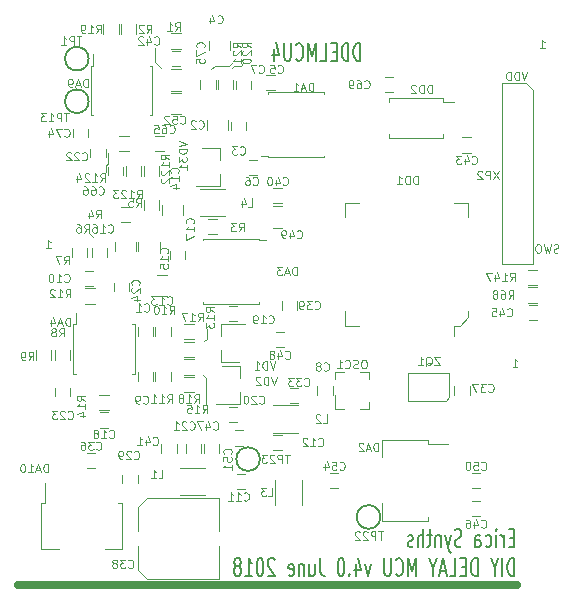
<source format=gbo>
G04 #@! TF.FileFunction,Legend,Bot*
%FSLAX46Y46*%
G04 Gerber Fmt 4.6, Leading zero omitted, Abs format (unit mm)*
G04 Created by KiCad (PCBNEW (2016-08-20 BZR 7083)-product) date Fri Jun  8 01:00:13 2018*
%MOMM*%
%LPD*%
G01*
G04 APERTURE LIST*
%ADD10C,0.100000*%
%ADD11C,0.120000*%
%ADD12C,0.200000*%
%ADD13C,0.700000*%
%ADD14C,0.150000*%
G04 APERTURE END LIST*
D10*
D11*
X7000000Y30500000D02*
X7300000Y30200000D01*
X19200000Y44700000D02*
X19000000Y44500000D01*
X19800000Y44700000D02*
X19200000Y44700000D01*
X20000000Y44900000D02*
X19800000Y44700000D01*
X17600000Y44700000D02*
X17300000Y44400000D01*
X18800000Y44700000D02*
X17600000Y44700000D01*
X19100000Y45000000D02*
X18800000Y44700000D01*
X12500000Y45000000D02*
X13000000Y44500000D01*
X12500000Y46200000D02*
X12500000Y45000000D01*
X8500000Y37300000D02*
X8600000Y37400000D01*
X8500000Y36400000D02*
X8500000Y37300000D01*
X8400000Y36300000D02*
X8500000Y36400000D01*
X8400000Y35700000D02*
X8400000Y36300000D01*
X16800000Y18300000D02*
X16600000Y18500000D01*
X16800000Y16100000D02*
X16800000Y18300000D01*
X16900000Y21600000D02*
X16700000Y21400000D01*
X16900000Y22400000D02*
X16900000Y21600000D01*
D10*
X42800000Y19183334D02*
X43200000Y19183334D01*
X43000000Y19183334D02*
X43000000Y19883334D01*
X43066666Y19783334D01*
X43133333Y19716667D01*
X43200000Y19683334D01*
X3300000Y29283334D02*
X3700000Y29283334D01*
X3500000Y29283334D02*
X3500000Y29983334D01*
X3566666Y29883334D01*
X3633333Y29816667D01*
X3700000Y29783334D01*
X45100000Y46183334D02*
X45500000Y46183334D01*
X45300000Y46183334D02*
X45300000Y46883334D01*
X45366666Y46783334D01*
X45433333Y46716667D01*
X45500000Y46683334D01*
D12*
X42931904Y4732143D02*
X42598571Y4732143D01*
X42455714Y3946429D02*
X42931904Y3946429D01*
X42931904Y5446429D01*
X42455714Y5446429D01*
X42027142Y3946429D02*
X42027142Y4946429D01*
X42027142Y4660715D02*
X41979523Y4803572D01*
X41931904Y4875000D01*
X41836666Y4946429D01*
X41741428Y4946429D01*
X41408095Y3946429D02*
X41408095Y4946429D01*
X41408095Y5446429D02*
X41455714Y5375000D01*
X41408095Y5303572D01*
X41360476Y5375000D01*
X41408095Y5446429D01*
X41408095Y5303572D01*
X40503333Y4017858D02*
X40598571Y3946429D01*
X40789047Y3946429D01*
X40884285Y4017858D01*
X40931904Y4089286D01*
X40979523Y4232143D01*
X40979523Y4660715D01*
X40931904Y4803572D01*
X40884285Y4875000D01*
X40789047Y4946429D01*
X40598571Y4946429D01*
X40503333Y4875000D01*
X39646190Y3946429D02*
X39646190Y4732143D01*
X39693809Y4875000D01*
X39789047Y4946429D01*
X39979523Y4946429D01*
X40074761Y4875000D01*
X39646190Y4017858D02*
X39741428Y3946429D01*
X39979523Y3946429D01*
X40074761Y4017858D01*
X40122380Y4160715D01*
X40122380Y4303572D01*
X40074761Y4446429D01*
X39979523Y4517858D01*
X39741428Y4517858D01*
X39646190Y4589286D01*
X38455714Y4017858D02*
X38312857Y3946429D01*
X38074761Y3946429D01*
X37979523Y4017858D01*
X37931904Y4089286D01*
X37884285Y4232143D01*
X37884285Y4375000D01*
X37931904Y4517858D01*
X37979523Y4589286D01*
X38074761Y4660715D01*
X38265238Y4732143D01*
X38360476Y4803572D01*
X38408095Y4875000D01*
X38455714Y5017858D01*
X38455714Y5160715D01*
X38408095Y5303572D01*
X38360476Y5375000D01*
X38265238Y5446429D01*
X38027142Y5446429D01*
X37884285Y5375000D01*
X37550952Y4946429D02*
X37312857Y3946429D01*
X37074761Y4946429D02*
X37312857Y3946429D01*
X37408095Y3589286D01*
X37455714Y3517858D01*
X37550952Y3446429D01*
X36693809Y4946429D02*
X36693809Y3946429D01*
X36693809Y4803572D02*
X36646190Y4875000D01*
X36550952Y4946429D01*
X36408095Y4946429D01*
X36312857Y4875000D01*
X36265238Y4732143D01*
X36265238Y3946429D01*
X35931904Y4946429D02*
X35550952Y4946429D01*
X35789047Y5446429D02*
X35789047Y4160715D01*
X35741428Y4017858D01*
X35646190Y3946429D01*
X35550952Y3946429D01*
X35217619Y3946429D02*
X35217619Y5446429D01*
X34789047Y3946429D02*
X34789047Y4732143D01*
X34836666Y4875000D01*
X34931904Y4946429D01*
X35074761Y4946429D01*
X35170000Y4875000D01*
X35217619Y4803572D01*
X34360476Y4017858D02*
X34265238Y3946429D01*
X34074761Y3946429D01*
X33979523Y4017858D01*
X33931904Y4160715D01*
X33931904Y4232143D01*
X33979523Y4375000D01*
X34074761Y4446429D01*
X34217619Y4446429D01*
X34312857Y4517858D01*
X34360476Y4660715D01*
X34360476Y4732143D01*
X34312857Y4875000D01*
X34217619Y4946429D01*
X34074761Y4946429D01*
X33979523Y4875000D01*
X42931904Y1496429D02*
X42931904Y2996429D01*
X42693809Y2996429D01*
X42550952Y2925000D01*
X42455714Y2782143D01*
X42408095Y2639286D01*
X42360476Y2353572D01*
X42360476Y2139286D01*
X42408095Y1853572D01*
X42455714Y1710715D01*
X42550952Y1567858D01*
X42693809Y1496429D01*
X42931904Y1496429D01*
X41931904Y1496429D02*
X41931904Y2996429D01*
X41265238Y2210715D02*
X41265238Y1496429D01*
X41598571Y2996429D02*
X41265238Y2210715D01*
X40931904Y2996429D01*
X39836666Y1496429D02*
X39836666Y2996429D01*
X39598571Y2996429D01*
X39455714Y2925000D01*
X39360476Y2782143D01*
X39312857Y2639286D01*
X39265238Y2353572D01*
X39265238Y2139286D01*
X39312857Y1853572D01*
X39360476Y1710715D01*
X39455714Y1567858D01*
X39598571Y1496429D01*
X39836666Y1496429D01*
X38836666Y2282143D02*
X38503333Y2282143D01*
X38360476Y1496429D02*
X38836666Y1496429D01*
X38836666Y2996429D01*
X38360476Y2996429D01*
X37455714Y1496429D02*
X37931904Y1496429D01*
X37931904Y2996429D01*
X37170000Y1925000D02*
X36693809Y1925000D01*
X37265238Y1496429D02*
X36931904Y2996429D01*
X36598571Y1496429D01*
X36074761Y2210715D02*
X36074761Y1496429D01*
X36408095Y2996429D02*
X36074761Y2210715D01*
X35741428Y2996429D01*
X34646190Y1496429D02*
X34646190Y2996429D01*
X34312857Y1925000D01*
X33979523Y2996429D01*
X33979523Y1496429D01*
X32931904Y1639286D02*
X32979523Y1567858D01*
X33122380Y1496429D01*
X33217619Y1496429D01*
X33360476Y1567858D01*
X33455714Y1710715D01*
X33503333Y1853572D01*
X33550952Y2139286D01*
X33550952Y2353572D01*
X33503333Y2639286D01*
X33455714Y2782143D01*
X33360476Y2925000D01*
X33217619Y2996429D01*
X33122380Y2996429D01*
X32979523Y2925000D01*
X32931904Y2853572D01*
X32503333Y2996429D02*
X32503333Y1782143D01*
X32455714Y1639286D01*
X32408095Y1567858D01*
X32312857Y1496429D01*
X32122380Y1496429D01*
X32027142Y1567858D01*
X31979523Y1639286D01*
X31931904Y1782143D01*
X31931904Y2996429D01*
X30789047Y2496429D02*
X30550952Y1496429D01*
X30312857Y2496429D01*
X29503333Y2496429D02*
X29503333Y1496429D01*
X29741428Y3067858D02*
X29979523Y1996429D01*
X29360476Y1996429D01*
X28979523Y1639286D02*
X28931904Y1567858D01*
X28979523Y1496429D01*
X29027142Y1567858D01*
X28979523Y1639286D01*
X28979523Y1496429D01*
X28312857Y2996429D02*
X28217619Y2996429D01*
X28122380Y2925000D01*
X28074761Y2853572D01*
X28027142Y2710715D01*
X27979523Y2425000D01*
X27979523Y2067858D01*
X28027142Y1782143D01*
X28074761Y1639286D01*
X28122380Y1567858D01*
X28217619Y1496429D01*
X28312857Y1496429D01*
X28408095Y1567858D01*
X28455714Y1639286D01*
X28503333Y1782143D01*
X28550952Y2067858D01*
X28550952Y2425000D01*
X28503333Y2710715D01*
X28455714Y2853572D01*
X28408095Y2925000D01*
X28312857Y2996429D01*
X26503333Y2996429D02*
X26503333Y1925000D01*
X26550952Y1710715D01*
X26646190Y1567858D01*
X26789047Y1496429D01*
X26884285Y1496429D01*
X25598571Y2496429D02*
X25598571Y1496429D01*
X26027142Y2496429D02*
X26027142Y1710715D01*
X25979523Y1567858D01*
X25884285Y1496429D01*
X25741428Y1496429D01*
X25646190Y1567858D01*
X25598571Y1639286D01*
X25122380Y2496429D02*
X25122380Y1496429D01*
X25122380Y2353572D02*
X25074761Y2425000D01*
X24979523Y2496429D01*
X24836666Y2496429D01*
X24741428Y2425000D01*
X24693809Y2282143D01*
X24693809Y1496429D01*
X23836666Y1567858D02*
X23931904Y1496429D01*
X24122380Y1496429D01*
X24217619Y1567858D01*
X24265238Y1710715D01*
X24265238Y2282143D01*
X24217619Y2425000D01*
X24122380Y2496429D01*
X23931904Y2496429D01*
X23836666Y2425000D01*
X23789047Y2282143D01*
X23789047Y2139286D01*
X24265238Y1996429D01*
X22646190Y2853572D02*
X22598571Y2925000D01*
X22503333Y2996429D01*
X22265238Y2996429D01*
X22170000Y2925000D01*
X22122380Y2853572D01*
X22074761Y2710715D01*
X22074761Y2567858D01*
X22122380Y2353572D01*
X22693809Y1496429D01*
X22074761Y1496429D01*
X21455714Y2996429D02*
X21360476Y2996429D01*
X21265238Y2925000D01*
X21217619Y2853572D01*
X21170000Y2710715D01*
X21122380Y2425000D01*
X21122380Y2067858D01*
X21170000Y1782143D01*
X21217619Y1639286D01*
X21265238Y1567858D01*
X21360476Y1496429D01*
X21455714Y1496429D01*
X21550952Y1567858D01*
X21598571Y1639286D01*
X21646190Y1782143D01*
X21693809Y2067858D01*
X21693809Y2425000D01*
X21646190Y2710715D01*
X21598571Y2853572D01*
X21550952Y2925000D01*
X21455714Y2996429D01*
X20170000Y1496429D02*
X20741428Y1496429D01*
X20455714Y1496429D02*
X20455714Y2996429D01*
X20550952Y2782143D01*
X20646190Y2639286D01*
X20741428Y2567858D01*
X19598571Y2353572D02*
X19693809Y2425000D01*
X19741428Y2496429D01*
X19789047Y2639286D01*
X19789047Y2710715D01*
X19741428Y2853572D01*
X19693809Y2925000D01*
X19598571Y2996429D01*
X19408095Y2996429D01*
X19312857Y2925000D01*
X19265238Y2853572D01*
X19217619Y2710715D01*
X19217619Y2639286D01*
X19265238Y2496429D01*
X19312857Y2425000D01*
X19408095Y2353572D01*
X19598571Y2353572D01*
X19693809Y2282143D01*
X19741428Y2210715D01*
X19789047Y2067858D01*
X19789047Y1782143D01*
X19741428Y1639286D01*
X19693809Y1567858D01*
X19598571Y1496429D01*
X19408095Y1496429D01*
X19312857Y1567858D01*
X19265238Y1639286D01*
X19217619Y1782143D01*
X19217619Y2067858D01*
X19265238Y2210715D01*
X19312857Y2282143D01*
X19408095Y2353572D01*
X29890476Y45121429D02*
X29890476Y46621429D01*
X29652380Y46621429D01*
X29509523Y46550000D01*
X29414285Y46407143D01*
X29366666Y46264286D01*
X29319047Y45978572D01*
X29319047Y45764286D01*
X29366666Y45478572D01*
X29414285Y45335715D01*
X29509523Y45192858D01*
X29652380Y45121429D01*
X29890476Y45121429D01*
X28890476Y45121429D02*
X28890476Y46621429D01*
X28652380Y46621429D01*
X28509523Y46550000D01*
X28414285Y46407143D01*
X28366666Y46264286D01*
X28319047Y45978572D01*
X28319047Y45764286D01*
X28366666Y45478572D01*
X28414285Y45335715D01*
X28509523Y45192858D01*
X28652380Y45121429D01*
X28890476Y45121429D01*
X27890476Y45907143D02*
X27557142Y45907143D01*
X27414285Y45121429D02*
X27890476Y45121429D01*
X27890476Y46621429D01*
X27414285Y46621429D01*
X26509523Y45121429D02*
X26985714Y45121429D01*
X26985714Y46621429D01*
X26176190Y45121429D02*
X26176190Y46621429D01*
X25842857Y45550000D01*
X25509523Y46621429D01*
X25509523Y45121429D01*
X24461904Y45264286D02*
X24509523Y45192858D01*
X24652380Y45121429D01*
X24747619Y45121429D01*
X24890476Y45192858D01*
X24985714Y45335715D01*
X25033333Y45478572D01*
X25080952Y45764286D01*
X25080952Y45978572D01*
X25033333Y46264286D01*
X24985714Y46407143D01*
X24890476Y46550000D01*
X24747619Y46621429D01*
X24652380Y46621429D01*
X24509523Y46550000D01*
X24461904Y46478572D01*
X24033333Y46621429D02*
X24033333Y45407143D01*
X23985714Y45264286D01*
X23938095Y45192858D01*
X23842857Y45121429D01*
X23652380Y45121429D01*
X23557142Y45192858D01*
X23509523Y45264286D01*
X23461904Y45407143D01*
X23461904Y46621429D01*
X22557142Y46121429D02*
X22557142Y45121429D01*
X22795238Y46692858D02*
X23033333Y45621429D01*
X22414285Y45621429D01*
D10*
X46666666Y28916667D02*
X46566666Y28883334D01*
X46400000Y28883334D01*
X46333333Y28916667D01*
X46300000Y28950000D01*
X46266666Y29016667D01*
X46266666Y29083334D01*
X46300000Y29150000D01*
X46333333Y29183334D01*
X46400000Y29216667D01*
X46533333Y29250000D01*
X46600000Y29283334D01*
X46633333Y29316667D01*
X46666666Y29383334D01*
X46666666Y29450000D01*
X46633333Y29516667D01*
X46600000Y29550000D01*
X46533333Y29583334D01*
X46366666Y29583334D01*
X46266666Y29550000D01*
X46033333Y29583334D02*
X45866666Y28883334D01*
X45733333Y29383334D01*
X45600000Y28883334D01*
X45433333Y29583334D01*
X45033333Y29583334D02*
X44900000Y29583334D01*
X44833333Y29550000D01*
X44766666Y29483334D01*
X44733333Y29350000D01*
X44733333Y29116667D01*
X44766666Y28983334D01*
X44833333Y28916667D01*
X44900000Y28883334D01*
X45033333Y28883334D01*
X45100000Y28916667D01*
X45166666Y28983334D01*
X45200000Y29116667D01*
X45200000Y29350000D01*
X45166666Y29483334D01*
X45100000Y29550000D01*
X45033333Y29583334D01*
X44033333Y44183334D02*
X43800000Y43483334D01*
X43566666Y44183334D01*
X43333333Y43483334D02*
X43333333Y44183334D01*
X43166666Y44183334D01*
X43066666Y44150000D01*
X43000000Y44083334D01*
X42966666Y44016667D01*
X42933333Y43883334D01*
X42933333Y43783334D01*
X42966666Y43650000D01*
X43000000Y43583334D01*
X43066666Y43516667D01*
X43166666Y43483334D01*
X43333333Y43483334D01*
X42633333Y43483334D02*
X42633333Y44183334D01*
X42466666Y44183334D01*
X42366666Y44150000D01*
X42300000Y44083334D01*
X42266666Y44016667D01*
X42233333Y43883334D01*
X42233333Y43783334D01*
X42266666Y43650000D01*
X42300000Y43583334D01*
X42366666Y43516667D01*
X42466666Y43483334D01*
X42633333Y43483334D01*
D13*
X43200000Y700000D02*
X900000Y700000D01*
D11*
X19350000Y43450000D02*
X19350000Y42750000D01*
X20650000Y43450000D02*
X20650000Y42750000D01*
D10*
X38300000Y22700000D02*
X37850000Y22700000D01*
X37850000Y22700000D02*
X37850000Y21850000D01*
X38300000Y22700000D02*
X39000000Y23400000D01*
X39000000Y23400000D02*
X39000000Y23900000D01*
X28600000Y23900000D02*
X28600000Y22700000D01*
X28600000Y22700000D02*
X29800000Y22700000D01*
X37800000Y33100000D02*
X39000000Y33100000D01*
X39000000Y33100000D02*
X39000000Y31900000D01*
X28600000Y31900000D02*
X28600000Y33100000D01*
X28600000Y33100000D02*
X29800000Y33100000D01*
D11*
X12350000Y21850000D02*
X12350000Y22550000D01*
X11050000Y21850000D02*
X11050000Y22550000D01*
X18700000Y39300000D02*
X18700000Y40100000D01*
X16900000Y39300000D02*
X16900000Y40100000D01*
X20250000Y39250000D02*
X20250000Y39950000D01*
X18950000Y39250000D02*
X18950000Y39950000D01*
X17100000Y46800000D02*
X17100000Y46000000D01*
X18900000Y46800000D02*
X18900000Y46000000D01*
X21950000Y42650000D02*
X22650000Y42650000D01*
X21950000Y43950000D02*
X22650000Y43950000D01*
X21150000Y36750000D02*
X20450000Y36750000D01*
X21150000Y35450000D02*
X20450000Y35450000D01*
X26250000Y17550000D02*
X26250000Y16850000D01*
X27550000Y17550000D02*
X27550000Y16850000D01*
X11050000Y18750000D02*
X11050000Y18050000D01*
X12350000Y18750000D02*
X12350000Y18050000D01*
X6550000Y26050000D02*
X7250000Y26050000D01*
X6550000Y27350000D02*
X7250000Y27350000D01*
X20150000Y10150000D02*
X19450000Y10150000D01*
X20150000Y8850000D02*
X19450000Y8850000D01*
X23250000Y13450000D02*
X22550000Y13450000D01*
X23250000Y12150000D02*
X22550000Y12150000D01*
X13500000Y27000000D02*
X12700000Y27000000D01*
X13500000Y25200000D02*
X12700000Y25200000D01*
X13100000Y32900000D02*
X13100000Y32100000D01*
X14900000Y32900000D02*
X14900000Y32100000D01*
X12900000Y29000000D02*
X12900000Y29800000D01*
X11100000Y29000000D02*
X11100000Y29800000D01*
X10900000Y29000000D02*
X10900000Y29800000D01*
X9100000Y29000000D02*
X9100000Y29800000D01*
X13750000Y29050000D02*
X13750000Y28350000D01*
X15050000Y29050000D02*
X15050000Y28350000D01*
X9750000Y10050000D02*
X9750000Y9350000D01*
X11050000Y10050000D02*
X11050000Y9350000D01*
X23950000Y16150000D02*
X24650000Y16150000D01*
X23950000Y17450000D02*
X24650000Y17450000D01*
X7450000Y11950000D02*
X6750000Y11950000D01*
X7450000Y10650000D02*
X6750000Y10650000D01*
X39150000Y16850000D02*
X39150000Y17550000D01*
X37850000Y16850000D02*
X37850000Y17550000D01*
D10*
X17929000Y4065000D02*
X17929000Y1271000D01*
X17929000Y1271000D02*
X11833000Y1271000D01*
X11833000Y1271000D02*
X11071000Y2033000D01*
X11071000Y2033000D02*
X11071000Y4065000D01*
X17929000Y5335000D02*
X17929000Y8129000D01*
X17929000Y8129000D02*
X11833000Y8129000D01*
X11833000Y8129000D02*
X11071000Y7367000D01*
X11071000Y7367000D02*
X11071000Y5335000D01*
D11*
X24550000Y24050000D02*
X24550000Y24750000D01*
X23250000Y24050000D02*
X23250000Y24750000D01*
X22550000Y33050000D02*
X23250000Y33050000D01*
X22550000Y34350000D02*
X23250000Y34350000D01*
X13050000Y12650000D02*
X13050000Y11950000D01*
X14350000Y12650000D02*
X14350000Y11950000D01*
X14700000Y44400000D02*
X13900000Y44400000D01*
X14700000Y42600000D02*
X13900000Y42600000D01*
X38550000Y37350000D02*
X39250000Y37350000D01*
X38550000Y38650000D02*
X39250000Y38650000D01*
X44850000Y24450000D02*
X44150000Y24450000D01*
X44850000Y23150000D02*
X44150000Y23150000D01*
X40050000Y7850000D02*
X39350000Y7850000D01*
X40050000Y6550000D02*
X39350000Y6550000D01*
X16650000Y12650000D02*
X16650000Y11950000D01*
X17950000Y12650000D02*
X17950000Y11950000D01*
X22750000Y20850000D02*
X23450000Y20850000D01*
X22750000Y22150000D02*
X23450000Y22150000D01*
X22500000Y31000000D02*
X23300000Y31000000D01*
X22500000Y32800000D02*
X23300000Y32800000D01*
X40050000Y10250000D02*
X39350000Y10250000D01*
X40050000Y8950000D02*
X39350000Y8950000D01*
X19250000Y12550000D02*
X19950000Y12550000D01*
X19250000Y13850000D02*
X19950000Y13850000D01*
X14700000Y42400000D02*
X13900000Y42400000D01*
X14700000Y40600000D02*
X13900000Y40600000D01*
X27350000Y8950000D02*
X28050000Y8950000D01*
X27350000Y10250000D02*
X28050000Y10250000D01*
X13250000Y38750000D02*
X12550000Y38750000D01*
X13250000Y37450000D02*
X12550000Y37450000D01*
X8550000Y36150000D02*
X8550000Y35450000D01*
X9850000Y36150000D02*
X9850000Y35450000D01*
X32650000Y43750000D02*
X31950000Y43750000D01*
X32650000Y42450000D02*
X31950000Y42450000D01*
X6850000Y38650000D02*
X6850000Y39350000D01*
X5550000Y38650000D02*
X5550000Y39350000D01*
X13950000Y44650000D02*
X14650000Y44650000D01*
X13950000Y45950000D02*
X14650000Y45950000D01*
X26850000Y42300000D02*
X26850000Y42450000D01*
X26850000Y42450000D02*
X22100000Y42450000D01*
X22100000Y42450000D02*
X22100000Y42300000D01*
X26850000Y37050000D02*
X26850000Y36950000D01*
X26850000Y36950000D02*
X22100000Y36950000D01*
X22100000Y36950000D02*
X22100000Y37050000D01*
X22100000Y37050000D02*
X21500000Y37050000D01*
X31750000Y11550000D02*
X31750000Y13050000D01*
X31750000Y13050000D02*
X35650000Y13050000D01*
X35650000Y13050000D02*
X35650000Y12700000D01*
X35650000Y12700000D02*
X37350000Y12700000D01*
X35650000Y6500000D02*
X35650000Y6150000D01*
X35650000Y6150000D02*
X31750000Y6150000D01*
X31750000Y6150000D02*
X31750000Y7650000D01*
X16550000Y24700000D02*
X16550000Y24550000D01*
X16550000Y24550000D02*
X21300000Y24550000D01*
X21300000Y24550000D02*
X21300000Y24700000D01*
X16550000Y29950000D02*
X16550000Y30050000D01*
X16550000Y30050000D02*
X21300000Y30050000D01*
X21300000Y30050000D02*
X21300000Y29950000D01*
X21300000Y29950000D02*
X21900000Y29950000D01*
X4350000Y3750000D02*
X2850000Y3750000D01*
X2850000Y3750000D02*
X2850000Y7650000D01*
X2850000Y7650000D02*
X3200000Y7650000D01*
X3200000Y7650000D02*
X3200000Y9350000D01*
X9400000Y7650000D02*
X9750000Y7650000D01*
X9750000Y7650000D02*
X9750000Y3750000D01*
X9750000Y3750000D02*
X8250000Y3750000D01*
X32300000Y41650000D02*
X32300000Y42000000D01*
X32300000Y42000000D02*
X36900000Y42000000D01*
X36900000Y42000000D02*
X36900000Y41650000D01*
X36900000Y41650000D02*
X37850000Y41650000D01*
X32300000Y38950000D02*
X32300000Y38600000D01*
X32300000Y38600000D02*
X36900000Y38600000D01*
X36900000Y38600000D02*
X36900000Y38950000D01*
X14650000Y10650000D02*
X16750000Y10650000D01*
X16750000Y8350000D02*
X14650000Y8350000D01*
X24650000Y13650000D02*
X22550000Y13650000D01*
X22550000Y15950000D02*
X24650000Y15950000D01*
X24950000Y9650000D02*
X24950000Y7550000D01*
X22650000Y7550000D02*
X22650000Y9650000D01*
X18450000Y31950000D02*
X16350000Y31950000D01*
X16350000Y34250000D02*
X18450000Y34250000D01*
X28500000Y15650000D02*
X27750000Y15650000D01*
X27750000Y15650000D02*
X27750000Y16800000D01*
X27750000Y18750000D02*
X27750000Y18200000D01*
X27750000Y18750000D02*
X28500000Y18750000D01*
X30650000Y15650000D02*
X29900000Y15650000D01*
X30650000Y15650000D02*
X30650000Y16200000D01*
X30650000Y18750000D02*
X30650000Y18200000D01*
X30650000Y18750000D02*
X29900000Y18750000D01*
X13900000Y46150000D02*
X14700000Y46150000D01*
X13900000Y47450000D02*
X14700000Y47450000D01*
X9650000Y48200000D02*
X9650000Y47400000D01*
X10950000Y48200000D02*
X10950000Y47400000D01*
X17000000Y30450000D02*
X17800000Y30450000D01*
X17000000Y31750000D02*
X17800000Y31750000D01*
X9600000Y31450000D02*
X10400000Y31450000D01*
X9600000Y32750000D02*
X10400000Y32750000D01*
X11550000Y33300000D02*
X11550000Y32500000D01*
X12850000Y33300000D02*
X12850000Y32500000D01*
X44100000Y24650000D02*
X44900000Y24650000D01*
X44100000Y25950000D02*
X44900000Y25950000D01*
X11550000Y36200000D02*
X11550000Y35400000D01*
X12850000Y36200000D02*
X12850000Y35400000D01*
X10050000Y36200000D02*
X10050000Y35400000D01*
X11350000Y36200000D02*
X11350000Y35400000D01*
X9500000Y37450000D02*
X10300000Y37450000D01*
X9500000Y38750000D02*
X10300000Y38750000D01*
X44900000Y27450000D02*
X44100000Y27450000D01*
X44900000Y26150000D02*
X44100000Y26150000D01*
D14*
X6900000Y45300000D02*
G75*
G03X6900000Y45300000I-1000000J0D01*
G01*
X6900000Y41700000D02*
G75*
G03X6900000Y41700000I-1000000J0D01*
G01*
X31600000Y6500000D02*
G75*
G03X31600000Y6500000I-1000000J0D01*
G01*
X21400000Y11400000D02*
G75*
G03X21400000Y11400000I-1000000J0D01*
G01*
D11*
X18000000Y35500000D02*
X18000000Y34500000D01*
X18000000Y34500000D02*
X15950000Y34500000D01*
X16500000Y37700000D02*
X18000000Y37700000D01*
X18000000Y37700000D02*
X18000000Y36700000D01*
D10*
X41866500Y27916500D02*
X41866500Y43283500D01*
X41866500Y43283500D02*
X43898500Y43283500D01*
X43898500Y43283500D02*
X44533500Y42648500D01*
X44533500Y42648500D02*
X44533500Y27916500D01*
X44533500Y27916500D02*
X41866500Y27916500D01*
D11*
X33950000Y18650000D02*
X33950000Y16350000D01*
X33950000Y16350000D02*
X37150000Y16350000D01*
X37150000Y16350000D02*
X37450000Y16650000D01*
X37450000Y16650000D02*
X37450000Y18650000D01*
X37450000Y18650000D02*
X33950000Y18650000D01*
X7850000Y14050000D02*
X8550000Y14050000D01*
X7850000Y15350000D02*
X8550000Y15350000D01*
X19450000Y24350000D02*
X18750000Y24350000D01*
X19450000Y23050000D02*
X18750000Y23050000D01*
X18750000Y14550000D02*
X19450000Y14550000D01*
X18750000Y15850000D02*
X19450000Y15850000D01*
X15150000Y12650000D02*
X15150000Y11950000D01*
X16450000Y12650000D02*
X16450000Y11950000D01*
X8350000Y36950000D02*
X8350000Y37650000D01*
X7050000Y36950000D02*
X7050000Y37650000D01*
X8450000Y28500000D02*
X8450000Y29300000D01*
X7150000Y28500000D02*
X7150000Y29300000D01*
X6750000Y28500000D02*
X6750000Y29300000D01*
X5450000Y28500000D02*
X5450000Y29300000D01*
X5350000Y19800000D02*
X5350000Y20600000D01*
X4050000Y19800000D02*
X4050000Y20600000D01*
X3750000Y19800000D02*
X3750000Y20600000D01*
X2450000Y19800000D02*
X2450000Y20600000D01*
X13850000Y21800000D02*
X13850000Y22600000D01*
X12550000Y21800000D02*
X12550000Y22600000D01*
X12550000Y18800000D02*
X12550000Y18000000D01*
X13850000Y18800000D02*
X13850000Y18000000D01*
X6600000Y24550000D02*
X7400000Y24550000D01*
X6600000Y25850000D02*
X7400000Y25850000D01*
X15800000Y21350000D02*
X15000000Y21350000D01*
X15800000Y20050000D02*
X15000000Y20050000D01*
X7800000Y15550000D02*
X8600000Y15550000D01*
X7800000Y16850000D02*
X8600000Y16850000D01*
X15800000Y19850000D02*
X15000000Y19850000D01*
X15800000Y18550000D02*
X15000000Y18550000D01*
X15800000Y22850000D02*
X15000000Y22850000D01*
X15800000Y21550000D02*
X15000000Y21550000D01*
X15800000Y18350000D02*
X15000000Y18350000D01*
X15800000Y17050000D02*
X15000000Y17050000D01*
X9450000Y47400000D02*
X9450000Y48200000D01*
X8150000Y47400000D02*
X8150000Y48200000D01*
X19150000Y42700000D02*
X19150000Y43500000D01*
X17850000Y42700000D02*
X17850000Y43500000D01*
X16350000Y43500000D02*
X16350000Y42700000D01*
X17650000Y43500000D02*
X17650000Y42700000D01*
X18100000Y21800000D02*
X18100000Y22800000D01*
X18100000Y22800000D02*
X20150000Y22800000D01*
X19600000Y19600000D02*
X18100000Y19600000D01*
X18100000Y19600000D02*
X18100000Y20600000D01*
X19700000Y17100000D02*
X19700000Y16100000D01*
X19700000Y16100000D02*
X17650000Y16100000D01*
X18200000Y19300000D02*
X19700000Y19300000D01*
X19700000Y19300000D02*
X19700000Y18300000D01*
X5350000Y16750000D02*
X5350000Y17450000D01*
X4050000Y16750000D02*
X4050000Y17450000D01*
X10350000Y25650000D02*
X10350000Y26350000D01*
X9050000Y25650000D02*
X9050000Y26350000D01*
X5800000Y18600000D02*
X5600000Y18600000D01*
X5600000Y18600000D02*
X5600000Y22800000D01*
X5600000Y22800000D02*
X5800000Y22800000D01*
X5800000Y22800000D02*
X5800000Y23800000D01*
X10600000Y18600000D02*
X10800000Y18600000D01*
X10800000Y22800000D02*
X10600000Y22800000D01*
X10800000Y18600000D02*
X10800000Y22800000D01*
X7300000Y40500000D02*
X7100000Y40500000D01*
X7100000Y40500000D02*
X7100000Y44700000D01*
X7100000Y44700000D02*
X7300000Y44700000D01*
X7300000Y44700000D02*
X7300000Y45700000D01*
X12100000Y40500000D02*
X12300000Y40500000D01*
X12300000Y44700000D02*
X12100000Y44700000D01*
X12300000Y40500000D02*
X12300000Y44700000D01*
D10*
X21316666Y44150000D02*
X21350000Y44116667D01*
X21450000Y44083334D01*
X21516666Y44083334D01*
X21616666Y44116667D01*
X21683333Y44183334D01*
X21716666Y44250000D01*
X21750000Y44383334D01*
X21750000Y44483334D01*
X21716666Y44616667D01*
X21683333Y44683334D01*
X21616666Y44750000D01*
X21516666Y44783334D01*
X21450000Y44783334D01*
X21350000Y44750000D01*
X21316666Y44716667D01*
X21083333Y44783334D02*
X20616666Y44783334D01*
X20916666Y44083334D01*
X34766666Y34683334D02*
X34766666Y35383334D01*
X34600000Y35383334D01*
X34500000Y35350000D01*
X34433333Y35283334D01*
X34400000Y35216667D01*
X34366666Y35083334D01*
X34366666Y34983334D01*
X34400000Y34850000D01*
X34433333Y34783334D01*
X34500000Y34716667D01*
X34600000Y34683334D01*
X34766666Y34683334D01*
X34066666Y34683334D02*
X34066666Y35383334D01*
X33900000Y35383334D01*
X33800000Y35350000D01*
X33733333Y35283334D01*
X33700000Y35216667D01*
X33666666Y35083334D01*
X33666666Y34983334D01*
X33700000Y34850000D01*
X33733333Y34783334D01*
X33800000Y34716667D01*
X33900000Y34683334D01*
X34066666Y34683334D01*
X33000000Y34683334D02*
X33400000Y34683334D01*
X33200000Y34683334D02*
X33200000Y35383334D01*
X33266666Y35283334D01*
X33333333Y35216667D01*
X33400000Y35183334D01*
X11616666Y23950000D02*
X11650000Y23916667D01*
X11750000Y23883334D01*
X11816666Y23883334D01*
X11916666Y23916667D01*
X11983333Y23983334D01*
X12016666Y24050000D01*
X12050000Y24183334D01*
X12050000Y24283334D01*
X12016666Y24416667D01*
X11983333Y24483334D01*
X11916666Y24550000D01*
X11816666Y24583334D01*
X11750000Y24583334D01*
X11650000Y24550000D01*
X11616666Y24516667D01*
X10950000Y23883334D02*
X11350000Y23883334D01*
X11150000Y23883334D02*
X11150000Y24583334D01*
X11216666Y24483334D01*
X11283333Y24416667D01*
X11350000Y24383334D01*
X16216666Y39450000D02*
X16250000Y39416667D01*
X16350000Y39383334D01*
X16416666Y39383334D01*
X16516666Y39416667D01*
X16583333Y39483334D01*
X16616666Y39550000D01*
X16650000Y39683334D01*
X16650000Y39783334D01*
X16616666Y39916667D01*
X16583333Y39983334D01*
X16516666Y40050000D01*
X16416666Y40083334D01*
X16350000Y40083334D01*
X16250000Y40050000D01*
X16216666Y40016667D01*
X15950000Y40016667D02*
X15916666Y40050000D01*
X15850000Y40083334D01*
X15683333Y40083334D01*
X15616666Y40050000D01*
X15583333Y40016667D01*
X15550000Y39950000D01*
X15550000Y39883334D01*
X15583333Y39783334D01*
X15983333Y39383334D01*
X15550000Y39383334D01*
X19716666Y37250000D02*
X19750000Y37216667D01*
X19850000Y37183334D01*
X19916666Y37183334D01*
X20016666Y37216667D01*
X20083333Y37283334D01*
X20116666Y37350000D01*
X20150000Y37483334D01*
X20150000Y37583334D01*
X20116666Y37716667D01*
X20083333Y37783334D01*
X20016666Y37850000D01*
X19916666Y37883334D01*
X19850000Y37883334D01*
X19750000Y37850000D01*
X19716666Y37816667D01*
X19483333Y37883334D02*
X19050000Y37883334D01*
X19283333Y37616667D01*
X19183333Y37616667D01*
X19116666Y37583334D01*
X19083333Y37550000D01*
X19050000Y37483334D01*
X19050000Y37316667D01*
X19083333Y37250000D01*
X19116666Y37216667D01*
X19183333Y37183334D01*
X19383333Y37183334D01*
X19450000Y37216667D01*
X19483333Y37250000D01*
X17816666Y48350000D02*
X17850000Y48316667D01*
X17950000Y48283334D01*
X18016666Y48283334D01*
X18116666Y48316667D01*
X18183333Y48383334D01*
X18216666Y48450000D01*
X18250000Y48583334D01*
X18250000Y48683334D01*
X18216666Y48816667D01*
X18183333Y48883334D01*
X18116666Y48950000D01*
X18016666Y48983334D01*
X17950000Y48983334D01*
X17850000Y48950000D01*
X17816666Y48916667D01*
X17216666Y48750000D02*
X17216666Y48283334D01*
X17383333Y49016667D02*
X17550000Y48516667D01*
X17116666Y48516667D01*
X22916666Y44150000D02*
X22950000Y44116667D01*
X23050000Y44083334D01*
X23116666Y44083334D01*
X23216666Y44116667D01*
X23283333Y44183334D01*
X23316666Y44250000D01*
X23350000Y44383334D01*
X23350000Y44483334D01*
X23316666Y44616667D01*
X23283333Y44683334D01*
X23216666Y44750000D01*
X23116666Y44783334D01*
X23050000Y44783334D01*
X22950000Y44750000D01*
X22916666Y44716667D01*
X22283333Y44783334D02*
X22616666Y44783334D01*
X22650000Y44450000D01*
X22616666Y44483334D01*
X22550000Y44516667D01*
X22383333Y44516667D01*
X22316666Y44483334D01*
X22283333Y44450000D01*
X22250000Y44383334D01*
X22250000Y44216667D01*
X22283333Y44150000D01*
X22316666Y44116667D01*
X22383333Y44083334D01*
X22550000Y44083334D01*
X22616666Y44116667D01*
X22650000Y44150000D01*
X20816666Y34650000D02*
X20850000Y34616667D01*
X20950000Y34583334D01*
X21016666Y34583334D01*
X21116666Y34616667D01*
X21183333Y34683334D01*
X21216666Y34750000D01*
X21250000Y34883334D01*
X21250000Y34983334D01*
X21216666Y35116667D01*
X21183333Y35183334D01*
X21116666Y35250000D01*
X21016666Y35283334D01*
X20950000Y35283334D01*
X20850000Y35250000D01*
X20816666Y35216667D01*
X20216666Y35283334D02*
X20350000Y35283334D01*
X20416666Y35250000D01*
X20450000Y35216667D01*
X20516666Y35116667D01*
X20550000Y34983334D01*
X20550000Y34716667D01*
X20516666Y34650000D01*
X20483333Y34616667D01*
X20416666Y34583334D01*
X20283333Y34583334D01*
X20216666Y34616667D01*
X20183333Y34650000D01*
X20150000Y34716667D01*
X20150000Y34883334D01*
X20183333Y34950000D01*
X20216666Y34983334D01*
X20283333Y35016667D01*
X20416666Y35016667D01*
X20483333Y34983334D01*
X20516666Y34950000D01*
X20550000Y34883334D01*
X26816666Y18950000D02*
X26850000Y18916667D01*
X26950000Y18883334D01*
X27016666Y18883334D01*
X27116666Y18916667D01*
X27183333Y18983334D01*
X27216666Y19050000D01*
X27250000Y19183334D01*
X27250000Y19283334D01*
X27216666Y19416667D01*
X27183333Y19483334D01*
X27116666Y19550000D01*
X27016666Y19583334D01*
X26950000Y19583334D01*
X26850000Y19550000D01*
X26816666Y19516667D01*
X26416666Y19283334D02*
X26483333Y19316667D01*
X26516666Y19350000D01*
X26550000Y19416667D01*
X26550000Y19450000D01*
X26516666Y19516667D01*
X26483333Y19550000D01*
X26416666Y19583334D01*
X26283333Y19583334D01*
X26216666Y19550000D01*
X26183333Y19516667D01*
X26150000Y19450000D01*
X26150000Y19416667D01*
X26183333Y19350000D01*
X26216666Y19316667D01*
X26283333Y19283334D01*
X26416666Y19283334D01*
X26483333Y19250000D01*
X26516666Y19216667D01*
X26550000Y19150000D01*
X26550000Y19016667D01*
X26516666Y18950000D01*
X26483333Y18916667D01*
X26416666Y18883334D01*
X26283333Y18883334D01*
X26216666Y18916667D01*
X26183333Y18950000D01*
X26150000Y19016667D01*
X26150000Y19150000D01*
X26183333Y19216667D01*
X26216666Y19250000D01*
X26283333Y19283334D01*
X11516666Y16150000D02*
X11550000Y16116667D01*
X11650000Y16083334D01*
X11716666Y16083334D01*
X11816666Y16116667D01*
X11883333Y16183334D01*
X11916666Y16250000D01*
X11950000Y16383334D01*
X11950000Y16483334D01*
X11916666Y16616667D01*
X11883333Y16683334D01*
X11816666Y16750000D01*
X11716666Y16783334D01*
X11650000Y16783334D01*
X11550000Y16750000D01*
X11516666Y16716667D01*
X11183333Y16083334D02*
X11050000Y16083334D01*
X10983333Y16116667D01*
X10950000Y16150000D01*
X10883333Y16250000D01*
X10850000Y16383334D01*
X10850000Y16650000D01*
X10883333Y16716667D01*
X10916666Y16750000D01*
X10983333Y16783334D01*
X11116666Y16783334D01*
X11183333Y16750000D01*
X11216666Y16716667D01*
X11250000Y16650000D01*
X11250000Y16483334D01*
X11216666Y16416667D01*
X11183333Y16383334D01*
X11116666Y16350000D01*
X10983333Y16350000D01*
X10916666Y16383334D01*
X10883333Y16416667D01*
X10850000Y16483334D01*
X4850000Y26450000D02*
X4883333Y26416667D01*
X4983333Y26383334D01*
X5050000Y26383334D01*
X5150000Y26416667D01*
X5216666Y26483334D01*
X5250000Y26550000D01*
X5283333Y26683334D01*
X5283333Y26783334D01*
X5250000Y26916667D01*
X5216666Y26983334D01*
X5150000Y27050000D01*
X5050000Y27083334D01*
X4983333Y27083334D01*
X4883333Y27050000D01*
X4850000Y27016667D01*
X4183333Y26383334D02*
X4583333Y26383334D01*
X4383333Y26383334D02*
X4383333Y27083334D01*
X4450000Y26983334D01*
X4516666Y26916667D01*
X4583333Y26883334D01*
X3750000Y27083334D02*
X3683333Y27083334D01*
X3616666Y27050000D01*
X3583333Y27016667D01*
X3550000Y26950000D01*
X3516666Y26816667D01*
X3516666Y26650000D01*
X3550000Y26516667D01*
X3583333Y26450000D01*
X3616666Y26416667D01*
X3683333Y26383334D01*
X3750000Y26383334D01*
X3816666Y26416667D01*
X3850000Y26450000D01*
X3883333Y26516667D01*
X3916666Y26650000D01*
X3916666Y26816667D01*
X3883333Y26950000D01*
X3850000Y27016667D01*
X3816666Y27050000D01*
X3750000Y27083334D01*
X20050000Y7950000D02*
X20083333Y7916667D01*
X20183333Y7883334D01*
X20250000Y7883334D01*
X20350000Y7916667D01*
X20416666Y7983334D01*
X20450000Y8050000D01*
X20483333Y8183334D01*
X20483333Y8283334D01*
X20450000Y8416667D01*
X20416666Y8483334D01*
X20350000Y8550000D01*
X20250000Y8583334D01*
X20183333Y8583334D01*
X20083333Y8550000D01*
X20050000Y8516667D01*
X19383333Y7883334D02*
X19783333Y7883334D01*
X19583333Y7883334D02*
X19583333Y8583334D01*
X19650000Y8483334D01*
X19716666Y8416667D01*
X19783333Y8383334D01*
X18716666Y7883334D02*
X19116666Y7883334D01*
X18916666Y7883334D02*
X18916666Y8583334D01*
X18983333Y8483334D01*
X19050000Y8416667D01*
X19116666Y8383334D01*
X26350000Y12550000D02*
X26383333Y12516667D01*
X26483333Y12483334D01*
X26550000Y12483334D01*
X26650000Y12516667D01*
X26716666Y12583334D01*
X26750000Y12650000D01*
X26783333Y12783334D01*
X26783333Y12883334D01*
X26750000Y13016667D01*
X26716666Y13083334D01*
X26650000Y13150000D01*
X26550000Y13183334D01*
X26483333Y13183334D01*
X26383333Y13150000D01*
X26350000Y13116667D01*
X25683333Y12483334D02*
X26083333Y12483334D01*
X25883333Y12483334D02*
X25883333Y13183334D01*
X25950000Y13083334D01*
X26016666Y13016667D01*
X26083333Y12983334D01*
X25416666Y13116667D02*
X25383333Y13150000D01*
X25316666Y13183334D01*
X25150000Y13183334D01*
X25083333Y13150000D01*
X25050000Y13116667D01*
X25016666Y13050000D01*
X25016666Y12983334D01*
X25050000Y12883334D01*
X25450000Y12483334D01*
X25016666Y12483334D01*
X13550000Y24550000D02*
X13583333Y24516667D01*
X13683333Y24483334D01*
X13750000Y24483334D01*
X13850000Y24516667D01*
X13916666Y24583334D01*
X13950000Y24650000D01*
X13983333Y24783334D01*
X13983333Y24883334D01*
X13950000Y25016667D01*
X13916666Y25083334D01*
X13850000Y25150000D01*
X13750000Y25183334D01*
X13683333Y25183334D01*
X13583333Y25150000D01*
X13550000Y25116667D01*
X12883333Y24483334D02*
X13283333Y24483334D01*
X13083333Y24483334D02*
X13083333Y25183334D01*
X13150000Y25083334D01*
X13216666Y25016667D01*
X13283333Y24983334D01*
X12650000Y25183334D02*
X12216666Y25183334D01*
X12450000Y24916667D01*
X12350000Y24916667D01*
X12283333Y24883334D01*
X12250000Y24850000D01*
X12216666Y24783334D01*
X12216666Y24616667D01*
X12250000Y24550000D01*
X12283333Y24516667D01*
X12350000Y24483334D01*
X12550000Y24483334D01*
X12616666Y24516667D01*
X12650000Y24550000D01*
X14450000Y35650000D02*
X14483333Y35683334D01*
X14516666Y35783334D01*
X14516666Y35850000D01*
X14483333Y35950000D01*
X14416666Y36016667D01*
X14350000Y36050000D01*
X14216666Y36083334D01*
X14116666Y36083334D01*
X13983333Y36050000D01*
X13916666Y36016667D01*
X13850000Y35950000D01*
X13816666Y35850000D01*
X13816666Y35783334D01*
X13850000Y35683334D01*
X13883333Y35650000D01*
X14516666Y34983334D02*
X14516666Y35383334D01*
X14516666Y35183334D02*
X13816666Y35183334D01*
X13916666Y35250000D01*
X13983333Y35316667D01*
X14016666Y35383334D01*
X14050000Y34383334D02*
X14516666Y34383334D01*
X13783333Y34550000D02*
X14283333Y34716667D01*
X14283333Y34283334D01*
X13550000Y28850000D02*
X13583333Y28883334D01*
X13616666Y28983334D01*
X13616666Y29050000D01*
X13583333Y29150000D01*
X13516666Y29216667D01*
X13450000Y29250000D01*
X13316666Y29283334D01*
X13216666Y29283334D01*
X13083333Y29250000D01*
X13016666Y29216667D01*
X12950000Y29150000D01*
X12916666Y29050000D01*
X12916666Y28983334D01*
X12950000Y28883334D01*
X12983333Y28850000D01*
X13616666Y28183334D02*
X13616666Y28583334D01*
X13616666Y28383334D02*
X12916666Y28383334D01*
X13016666Y28450000D01*
X13083333Y28516667D01*
X13116666Y28583334D01*
X12916666Y27550000D02*
X12916666Y27883334D01*
X13250000Y27916667D01*
X13216666Y27883334D01*
X13183333Y27816667D01*
X13183333Y27650000D01*
X13216666Y27583334D01*
X13250000Y27550000D01*
X13316666Y27516667D01*
X13483333Y27516667D01*
X13550000Y27550000D01*
X13583333Y27583334D01*
X13616666Y27650000D01*
X13616666Y27816667D01*
X13583333Y27883334D01*
X13550000Y27916667D01*
X8550000Y30650000D02*
X8583333Y30616667D01*
X8683333Y30583334D01*
X8750000Y30583334D01*
X8850000Y30616667D01*
X8916666Y30683334D01*
X8950000Y30750000D01*
X8983333Y30883334D01*
X8983333Y30983334D01*
X8950000Y31116667D01*
X8916666Y31183334D01*
X8850000Y31250000D01*
X8750000Y31283334D01*
X8683333Y31283334D01*
X8583333Y31250000D01*
X8550000Y31216667D01*
X7883333Y30583334D02*
X8283333Y30583334D01*
X8083333Y30583334D02*
X8083333Y31283334D01*
X8150000Y31183334D01*
X8216666Y31116667D01*
X8283333Y31083334D01*
X7283333Y31283334D02*
X7416666Y31283334D01*
X7483333Y31250000D01*
X7516666Y31216667D01*
X7583333Y31116667D01*
X7616666Y30983334D01*
X7616666Y30716667D01*
X7583333Y30650000D01*
X7550000Y30616667D01*
X7483333Y30583334D01*
X7350000Y30583334D01*
X7283333Y30616667D01*
X7250000Y30650000D01*
X7216666Y30716667D01*
X7216666Y30883334D01*
X7250000Y30950000D01*
X7283333Y30983334D01*
X7350000Y31016667D01*
X7483333Y31016667D01*
X7550000Y30983334D01*
X7583333Y30950000D01*
X7616666Y30883334D01*
X15750000Y31350000D02*
X15783333Y31383334D01*
X15816666Y31483334D01*
X15816666Y31550000D01*
X15783333Y31650000D01*
X15716666Y31716667D01*
X15650000Y31750000D01*
X15516666Y31783334D01*
X15416666Y31783334D01*
X15283333Y31750000D01*
X15216666Y31716667D01*
X15150000Y31650000D01*
X15116666Y31550000D01*
X15116666Y31483334D01*
X15150000Y31383334D01*
X15183333Y31350000D01*
X15816666Y30683334D02*
X15816666Y31083334D01*
X15816666Y30883334D02*
X15116666Y30883334D01*
X15216666Y30950000D01*
X15283333Y31016667D01*
X15316666Y31083334D01*
X15116666Y30450000D02*
X15116666Y29983334D01*
X15816666Y30283334D01*
X10750000Y11450000D02*
X10783333Y11416667D01*
X10883333Y11383334D01*
X10950000Y11383334D01*
X11050000Y11416667D01*
X11116666Y11483334D01*
X11150000Y11550000D01*
X11183333Y11683334D01*
X11183333Y11783334D01*
X11150000Y11916667D01*
X11116666Y11983334D01*
X11050000Y12050000D01*
X10950000Y12083334D01*
X10883333Y12083334D01*
X10783333Y12050000D01*
X10750000Y12016667D01*
X10483333Y12016667D02*
X10450000Y12050000D01*
X10383333Y12083334D01*
X10216666Y12083334D01*
X10150000Y12050000D01*
X10116666Y12016667D01*
X10083333Y11950000D01*
X10083333Y11883334D01*
X10116666Y11783334D01*
X10516666Y11383334D01*
X10083333Y11383334D01*
X9750000Y11383334D02*
X9616666Y11383334D01*
X9550000Y11416667D01*
X9516666Y11450000D01*
X9450000Y11550000D01*
X9416666Y11683334D01*
X9416666Y11950000D01*
X9450000Y12016667D01*
X9483333Y12050000D01*
X9550000Y12083334D01*
X9683333Y12083334D01*
X9750000Y12050000D01*
X9783333Y12016667D01*
X9816666Y11950000D01*
X9816666Y11783334D01*
X9783333Y11716667D01*
X9750000Y11683334D01*
X9683333Y11650000D01*
X9550000Y11650000D01*
X9483333Y11683334D01*
X9450000Y11716667D01*
X9416666Y11783334D01*
X25150000Y17650000D02*
X25183333Y17616667D01*
X25283333Y17583334D01*
X25350000Y17583334D01*
X25450000Y17616667D01*
X25516666Y17683334D01*
X25550000Y17750000D01*
X25583333Y17883334D01*
X25583333Y17983334D01*
X25550000Y18116667D01*
X25516666Y18183334D01*
X25450000Y18250000D01*
X25350000Y18283334D01*
X25283333Y18283334D01*
X25183333Y18250000D01*
X25150000Y18216667D01*
X24916666Y18283334D02*
X24483333Y18283334D01*
X24716666Y18016667D01*
X24616666Y18016667D01*
X24550000Y17983334D01*
X24516666Y17950000D01*
X24483333Y17883334D01*
X24483333Y17716667D01*
X24516666Y17650000D01*
X24550000Y17616667D01*
X24616666Y17583334D01*
X24816666Y17583334D01*
X24883333Y17616667D01*
X24916666Y17650000D01*
X24250000Y18283334D02*
X23816666Y18283334D01*
X24050000Y18016667D01*
X23950000Y18016667D01*
X23883333Y17983334D01*
X23850000Y17950000D01*
X23816666Y17883334D01*
X23816666Y17716667D01*
X23850000Y17650000D01*
X23883333Y17616667D01*
X23950000Y17583334D01*
X24150000Y17583334D01*
X24216666Y17616667D01*
X24250000Y17650000D01*
X7550000Y12250000D02*
X7583333Y12216667D01*
X7683333Y12183334D01*
X7750000Y12183334D01*
X7850000Y12216667D01*
X7916666Y12283334D01*
X7950000Y12350000D01*
X7983333Y12483334D01*
X7983333Y12583334D01*
X7950000Y12716667D01*
X7916666Y12783334D01*
X7850000Y12850000D01*
X7750000Y12883334D01*
X7683333Y12883334D01*
X7583333Y12850000D01*
X7550000Y12816667D01*
X7316666Y12883334D02*
X6883333Y12883334D01*
X7116666Y12616667D01*
X7016666Y12616667D01*
X6950000Y12583334D01*
X6916666Y12550000D01*
X6883333Y12483334D01*
X6883333Y12316667D01*
X6916666Y12250000D01*
X6950000Y12216667D01*
X7016666Y12183334D01*
X7216666Y12183334D01*
X7283333Y12216667D01*
X7316666Y12250000D01*
X6283333Y12883334D02*
X6416666Y12883334D01*
X6483333Y12850000D01*
X6516666Y12816667D01*
X6583333Y12716667D01*
X6616666Y12583334D01*
X6616666Y12316667D01*
X6583333Y12250000D01*
X6550000Y12216667D01*
X6483333Y12183334D01*
X6350000Y12183334D01*
X6283333Y12216667D01*
X6250000Y12250000D01*
X6216666Y12316667D01*
X6216666Y12483334D01*
X6250000Y12550000D01*
X6283333Y12583334D01*
X6350000Y12616667D01*
X6483333Y12616667D01*
X6550000Y12583334D01*
X6583333Y12550000D01*
X6616666Y12483334D01*
X40750000Y17150000D02*
X40783333Y17116667D01*
X40883333Y17083334D01*
X40950000Y17083334D01*
X41050000Y17116667D01*
X41116666Y17183334D01*
X41150000Y17250000D01*
X41183333Y17383334D01*
X41183333Y17483334D01*
X41150000Y17616667D01*
X41116666Y17683334D01*
X41050000Y17750000D01*
X40950000Y17783334D01*
X40883333Y17783334D01*
X40783333Y17750000D01*
X40750000Y17716667D01*
X40516666Y17783334D02*
X40083333Y17783334D01*
X40316666Y17516667D01*
X40216666Y17516667D01*
X40150000Y17483334D01*
X40116666Y17450000D01*
X40083333Y17383334D01*
X40083333Y17216667D01*
X40116666Y17150000D01*
X40150000Y17116667D01*
X40216666Y17083334D01*
X40416666Y17083334D01*
X40483333Y17116667D01*
X40516666Y17150000D01*
X39850000Y17783334D02*
X39383333Y17783334D01*
X39683333Y17083334D01*
X10250000Y2250000D02*
X10283333Y2216667D01*
X10383333Y2183334D01*
X10450000Y2183334D01*
X10550000Y2216667D01*
X10616666Y2283334D01*
X10650000Y2350000D01*
X10683333Y2483334D01*
X10683333Y2583334D01*
X10650000Y2716667D01*
X10616666Y2783334D01*
X10550000Y2850000D01*
X10450000Y2883334D01*
X10383333Y2883334D01*
X10283333Y2850000D01*
X10250000Y2816667D01*
X10016666Y2883334D02*
X9583333Y2883334D01*
X9816666Y2616667D01*
X9716666Y2616667D01*
X9650000Y2583334D01*
X9616666Y2550000D01*
X9583333Y2483334D01*
X9583333Y2316667D01*
X9616666Y2250000D01*
X9650000Y2216667D01*
X9716666Y2183334D01*
X9916666Y2183334D01*
X9983333Y2216667D01*
X10016666Y2250000D01*
X9183333Y2583334D02*
X9250000Y2616667D01*
X9283333Y2650000D01*
X9316666Y2716667D01*
X9316666Y2750000D01*
X9283333Y2816667D01*
X9250000Y2850000D01*
X9183333Y2883334D01*
X9050000Y2883334D01*
X8983333Y2850000D01*
X8950000Y2816667D01*
X8916666Y2750000D01*
X8916666Y2716667D01*
X8950000Y2650000D01*
X8983333Y2616667D01*
X9050000Y2583334D01*
X9183333Y2583334D01*
X9250000Y2550000D01*
X9283333Y2516667D01*
X9316666Y2450000D01*
X9316666Y2316667D01*
X9283333Y2250000D01*
X9250000Y2216667D01*
X9183333Y2183334D01*
X9050000Y2183334D01*
X8983333Y2216667D01*
X8950000Y2250000D01*
X8916666Y2316667D01*
X8916666Y2450000D01*
X8950000Y2516667D01*
X8983333Y2550000D01*
X9050000Y2583334D01*
X26050000Y24150000D02*
X26083333Y24116667D01*
X26183333Y24083334D01*
X26250000Y24083334D01*
X26350000Y24116667D01*
X26416666Y24183334D01*
X26450000Y24250000D01*
X26483333Y24383334D01*
X26483333Y24483334D01*
X26450000Y24616667D01*
X26416666Y24683334D01*
X26350000Y24750000D01*
X26250000Y24783334D01*
X26183333Y24783334D01*
X26083333Y24750000D01*
X26050000Y24716667D01*
X25816666Y24783334D02*
X25383333Y24783334D01*
X25616666Y24516667D01*
X25516666Y24516667D01*
X25450000Y24483334D01*
X25416666Y24450000D01*
X25383333Y24383334D01*
X25383333Y24216667D01*
X25416666Y24150000D01*
X25450000Y24116667D01*
X25516666Y24083334D01*
X25716666Y24083334D01*
X25783333Y24116667D01*
X25816666Y24150000D01*
X25050000Y24083334D02*
X24916666Y24083334D01*
X24850000Y24116667D01*
X24816666Y24150000D01*
X24750000Y24250000D01*
X24716666Y24383334D01*
X24716666Y24650000D01*
X24750000Y24716667D01*
X24783333Y24750000D01*
X24850000Y24783334D01*
X24983333Y24783334D01*
X25050000Y24750000D01*
X25083333Y24716667D01*
X25116666Y24650000D01*
X25116666Y24483334D01*
X25083333Y24416667D01*
X25050000Y24383334D01*
X24983333Y24350000D01*
X24850000Y24350000D01*
X24783333Y24383334D01*
X24750000Y24416667D01*
X24716666Y24483334D01*
X23350000Y34650000D02*
X23383333Y34616667D01*
X23483333Y34583334D01*
X23550000Y34583334D01*
X23650000Y34616667D01*
X23716666Y34683334D01*
X23750000Y34750000D01*
X23783333Y34883334D01*
X23783333Y34983334D01*
X23750000Y35116667D01*
X23716666Y35183334D01*
X23650000Y35250000D01*
X23550000Y35283334D01*
X23483333Y35283334D01*
X23383333Y35250000D01*
X23350000Y35216667D01*
X22750000Y35050000D02*
X22750000Y34583334D01*
X22916666Y35316667D02*
X23083333Y34816667D01*
X22650000Y34816667D01*
X22250000Y35283334D02*
X22183333Y35283334D01*
X22116666Y35250000D01*
X22083333Y35216667D01*
X22050000Y35150000D01*
X22016666Y35016667D01*
X22016666Y34850000D01*
X22050000Y34716667D01*
X22083333Y34650000D01*
X22116666Y34616667D01*
X22183333Y34583334D01*
X22250000Y34583334D01*
X22316666Y34616667D01*
X22350000Y34650000D01*
X22383333Y34716667D01*
X22416666Y34850000D01*
X22416666Y35016667D01*
X22383333Y35150000D01*
X22350000Y35216667D01*
X22316666Y35250000D01*
X22250000Y35283334D01*
X12350000Y12650000D02*
X12383333Y12616667D01*
X12483333Y12583334D01*
X12550000Y12583334D01*
X12650000Y12616667D01*
X12716666Y12683334D01*
X12750000Y12750000D01*
X12783333Y12883334D01*
X12783333Y12983334D01*
X12750000Y13116667D01*
X12716666Y13183334D01*
X12650000Y13250000D01*
X12550000Y13283334D01*
X12483333Y13283334D01*
X12383333Y13250000D01*
X12350000Y13216667D01*
X11750000Y13050000D02*
X11750000Y12583334D01*
X11916666Y13316667D02*
X12083333Y12816667D01*
X11650000Y12816667D01*
X11016666Y12583334D02*
X11416666Y12583334D01*
X11216666Y12583334D02*
X11216666Y13283334D01*
X11283333Y13183334D01*
X11350000Y13116667D01*
X11416666Y13083334D01*
X12450000Y46550000D02*
X12483333Y46516667D01*
X12583333Y46483334D01*
X12650000Y46483334D01*
X12750000Y46516667D01*
X12816666Y46583334D01*
X12850000Y46650000D01*
X12883333Y46783334D01*
X12883333Y46883334D01*
X12850000Y47016667D01*
X12816666Y47083334D01*
X12750000Y47150000D01*
X12650000Y47183334D01*
X12583333Y47183334D01*
X12483333Y47150000D01*
X12450000Y47116667D01*
X11850000Y46950000D02*
X11850000Y46483334D01*
X12016666Y47216667D02*
X12183333Y46716667D01*
X11750000Y46716667D01*
X11516666Y47116667D02*
X11483333Y47150000D01*
X11416666Y47183334D01*
X11250000Y47183334D01*
X11183333Y47150000D01*
X11150000Y47116667D01*
X11116666Y47050000D01*
X11116666Y46983334D01*
X11150000Y46883334D01*
X11550000Y46483334D01*
X11116666Y46483334D01*
X39350000Y36450000D02*
X39383333Y36416667D01*
X39483333Y36383334D01*
X39550000Y36383334D01*
X39650000Y36416667D01*
X39716666Y36483334D01*
X39750000Y36550000D01*
X39783333Y36683334D01*
X39783333Y36783334D01*
X39750000Y36916667D01*
X39716666Y36983334D01*
X39650000Y37050000D01*
X39550000Y37083334D01*
X39483333Y37083334D01*
X39383333Y37050000D01*
X39350000Y37016667D01*
X38750000Y36850000D02*
X38750000Y36383334D01*
X38916666Y37116667D02*
X39083333Y36616667D01*
X38650000Y36616667D01*
X38450000Y37083334D02*
X38016666Y37083334D01*
X38250000Y36816667D01*
X38150000Y36816667D01*
X38083333Y36783334D01*
X38050000Y36750000D01*
X38016666Y36683334D01*
X38016666Y36516667D01*
X38050000Y36450000D01*
X38083333Y36416667D01*
X38150000Y36383334D01*
X38350000Y36383334D01*
X38416666Y36416667D01*
X38450000Y36450000D01*
X42350000Y23550000D02*
X42383333Y23516667D01*
X42483333Y23483334D01*
X42550000Y23483334D01*
X42650000Y23516667D01*
X42716666Y23583334D01*
X42750000Y23650000D01*
X42783333Y23783334D01*
X42783333Y23883334D01*
X42750000Y24016667D01*
X42716666Y24083334D01*
X42650000Y24150000D01*
X42550000Y24183334D01*
X42483333Y24183334D01*
X42383333Y24150000D01*
X42350000Y24116667D01*
X41750000Y23950000D02*
X41750000Y23483334D01*
X41916666Y24216667D02*
X42083333Y23716667D01*
X41650000Y23716667D01*
X41050000Y24183334D02*
X41383333Y24183334D01*
X41416666Y23850000D01*
X41383333Y23883334D01*
X41316666Y23916667D01*
X41150000Y23916667D01*
X41083333Y23883334D01*
X41050000Y23850000D01*
X41016666Y23783334D01*
X41016666Y23616667D01*
X41050000Y23550000D01*
X41083333Y23516667D01*
X41150000Y23483334D01*
X41316666Y23483334D01*
X41383333Y23516667D01*
X41416666Y23550000D01*
X40150000Y5650000D02*
X40183333Y5616667D01*
X40283333Y5583334D01*
X40350000Y5583334D01*
X40450000Y5616667D01*
X40516666Y5683334D01*
X40550000Y5750000D01*
X40583333Y5883334D01*
X40583333Y5983334D01*
X40550000Y6116667D01*
X40516666Y6183334D01*
X40450000Y6250000D01*
X40350000Y6283334D01*
X40283333Y6283334D01*
X40183333Y6250000D01*
X40150000Y6216667D01*
X39550000Y6050000D02*
X39550000Y5583334D01*
X39716666Y6316667D02*
X39883333Y5816667D01*
X39450000Y5816667D01*
X38883333Y6283334D02*
X39016666Y6283334D01*
X39083333Y6250000D01*
X39116666Y6216667D01*
X39183333Y6116667D01*
X39216666Y5983334D01*
X39216666Y5716667D01*
X39183333Y5650000D01*
X39150000Y5616667D01*
X39083333Y5583334D01*
X38950000Y5583334D01*
X38883333Y5616667D01*
X38850000Y5650000D01*
X38816666Y5716667D01*
X38816666Y5883334D01*
X38850000Y5950000D01*
X38883333Y5983334D01*
X38950000Y6016667D01*
X39083333Y6016667D01*
X39150000Y5983334D01*
X39183333Y5950000D01*
X39216666Y5883334D01*
X17450000Y13950000D02*
X17483333Y13916667D01*
X17583333Y13883334D01*
X17650000Y13883334D01*
X17750000Y13916667D01*
X17816666Y13983334D01*
X17850000Y14050000D01*
X17883333Y14183334D01*
X17883333Y14283334D01*
X17850000Y14416667D01*
X17816666Y14483334D01*
X17750000Y14550000D01*
X17650000Y14583334D01*
X17583333Y14583334D01*
X17483333Y14550000D01*
X17450000Y14516667D01*
X16850000Y14350000D02*
X16850000Y13883334D01*
X17016666Y14616667D02*
X17183333Y14116667D01*
X16750000Y14116667D01*
X16550000Y14583334D02*
X16083333Y14583334D01*
X16383333Y13883334D01*
X23550000Y19950000D02*
X23583333Y19916667D01*
X23683333Y19883334D01*
X23750000Y19883334D01*
X23850000Y19916667D01*
X23916666Y19983334D01*
X23950000Y20050000D01*
X23983333Y20183334D01*
X23983333Y20283334D01*
X23950000Y20416667D01*
X23916666Y20483334D01*
X23850000Y20550000D01*
X23750000Y20583334D01*
X23683333Y20583334D01*
X23583333Y20550000D01*
X23550000Y20516667D01*
X22950000Y20350000D02*
X22950000Y19883334D01*
X23116666Y20616667D02*
X23283333Y20116667D01*
X22850000Y20116667D01*
X22483333Y20283334D02*
X22550000Y20316667D01*
X22583333Y20350000D01*
X22616666Y20416667D01*
X22616666Y20450000D01*
X22583333Y20516667D01*
X22550000Y20550000D01*
X22483333Y20583334D01*
X22350000Y20583334D01*
X22283333Y20550000D01*
X22250000Y20516667D01*
X22216666Y20450000D01*
X22216666Y20416667D01*
X22250000Y20350000D01*
X22283333Y20316667D01*
X22350000Y20283334D01*
X22483333Y20283334D01*
X22550000Y20250000D01*
X22583333Y20216667D01*
X22616666Y20150000D01*
X22616666Y20016667D01*
X22583333Y19950000D01*
X22550000Y19916667D01*
X22483333Y19883334D01*
X22350000Y19883334D01*
X22283333Y19916667D01*
X22250000Y19950000D01*
X22216666Y20016667D01*
X22216666Y20150000D01*
X22250000Y20216667D01*
X22283333Y20250000D01*
X22350000Y20283334D01*
X24550000Y30150000D02*
X24583333Y30116667D01*
X24683333Y30083334D01*
X24750000Y30083334D01*
X24850000Y30116667D01*
X24916666Y30183334D01*
X24950000Y30250000D01*
X24983333Y30383334D01*
X24983333Y30483334D01*
X24950000Y30616667D01*
X24916666Y30683334D01*
X24850000Y30750000D01*
X24750000Y30783334D01*
X24683333Y30783334D01*
X24583333Y30750000D01*
X24550000Y30716667D01*
X23950000Y30550000D02*
X23950000Y30083334D01*
X24116666Y30816667D02*
X24283333Y30316667D01*
X23850000Y30316667D01*
X23550000Y30083334D02*
X23416666Y30083334D01*
X23350000Y30116667D01*
X23316666Y30150000D01*
X23250000Y30250000D01*
X23216666Y30383334D01*
X23216666Y30650000D01*
X23250000Y30716667D01*
X23283333Y30750000D01*
X23350000Y30783334D01*
X23483333Y30783334D01*
X23550000Y30750000D01*
X23583333Y30716667D01*
X23616666Y30650000D01*
X23616666Y30483334D01*
X23583333Y30416667D01*
X23550000Y30383334D01*
X23483333Y30350000D01*
X23350000Y30350000D01*
X23283333Y30383334D01*
X23250000Y30416667D01*
X23216666Y30483334D01*
X40150000Y10550000D02*
X40183333Y10516667D01*
X40283333Y10483334D01*
X40350000Y10483334D01*
X40450000Y10516667D01*
X40516666Y10583334D01*
X40550000Y10650000D01*
X40583333Y10783334D01*
X40583333Y10883334D01*
X40550000Y11016667D01*
X40516666Y11083334D01*
X40450000Y11150000D01*
X40350000Y11183334D01*
X40283333Y11183334D01*
X40183333Y11150000D01*
X40150000Y11116667D01*
X39516666Y11183334D02*
X39850000Y11183334D01*
X39883333Y10850000D01*
X39850000Y10883334D01*
X39783333Y10916667D01*
X39616666Y10916667D01*
X39550000Y10883334D01*
X39516666Y10850000D01*
X39483333Y10783334D01*
X39483333Y10616667D01*
X39516666Y10550000D01*
X39550000Y10516667D01*
X39616666Y10483334D01*
X39783333Y10483334D01*
X39850000Y10516667D01*
X39883333Y10550000D01*
X39050000Y11183334D02*
X38983333Y11183334D01*
X38916666Y11150000D01*
X38883333Y11116667D01*
X38850000Y11050000D01*
X38816666Y10916667D01*
X38816666Y10750000D01*
X38850000Y10616667D01*
X38883333Y10550000D01*
X38916666Y10516667D01*
X38983333Y10483334D01*
X39050000Y10483334D01*
X39116666Y10516667D01*
X39150000Y10550000D01*
X39183333Y10616667D01*
X39216666Y10750000D01*
X39216666Y10916667D01*
X39183333Y11050000D01*
X39150000Y11116667D01*
X39116666Y11150000D01*
X39050000Y11183334D01*
X18950000Y11850000D02*
X18983333Y11883334D01*
X19016666Y11983334D01*
X19016666Y12050000D01*
X18983333Y12150000D01*
X18916666Y12216667D01*
X18850000Y12250000D01*
X18716666Y12283334D01*
X18616666Y12283334D01*
X18483333Y12250000D01*
X18416666Y12216667D01*
X18350000Y12150000D01*
X18316666Y12050000D01*
X18316666Y11983334D01*
X18350000Y11883334D01*
X18383333Y11850000D01*
X18316666Y11216667D02*
X18316666Y11550000D01*
X18650000Y11583334D01*
X18616666Y11550000D01*
X18583333Y11483334D01*
X18583333Y11316667D01*
X18616666Y11250000D01*
X18650000Y11216667D01*
X18716666Y11183334D01*
X18883333Y11183334D01*
X18950000Y11216667D01*
X18983333Y11250000D01*
X19016666Y11316667D01*
X19016666Y11483334D01*
X18983333Y11550000D01*
X18950000Y11583334D01*
X19016666Y10516667D02*
X19016666Y10916667D01*
X19016666Y10716667D02*
X18316666Y10716667D01*
X18416666Y10783334D01*
X18483333Y10850000D01*
X18516666Y10916667D01*
X14650000Y39850000D02*
X14683333Y39816667D01*
X14783333Y39783334D01*
X14850000Y39783334D01*
X14950000Y39816667D01*
X15016666Y39883334D01*
X15050000Y39950000D01*
X15083333Y40083334D01*
X15083333Y40183334D01*
X15050000Y40316667D01*
X15016666Y40383334D01*
X14950000Y40450000D01*
X14850000Y40483334D01*
X14783333Y40483334D01*
X14683333Y40450000D01*
X14650000Y40416667D01*
X14016666Y40483334D02*
X14350000Y40483334D01*
X14383333Y40150000D01*
X14350000Y40183334D01*
X14283333Y40216667D01*
X14116666Y40216667D01*
X14050000Y40183334D01*
X14016666Y40150000D01*
X13983333Y40083334D01*
X13983333Y39916667D01*
X14016666Y39850000D01*
X14050000Y39816667D01*
X14116666Y39783334D01*
X14283333Y39783334D01*
X14350000Y39816667D01*
X14383333Y39850000D01*
X13716666Y40416667D02*
X13683333Y40450000D01*
X13616666Y40483334D01*
X13450000Y40483334D01*
X13383333Y40450000D01*
X13350000Y40416667D01*
X13316666Y40350000D01*
X13316666Y40283334D01*
X13350000Y40183334D01*
X13750000Y39783334D01*
X13316666Y39783334D01*
X28150000Y10550000D02*
X28183333Y10516667D01*
X28283333Y10483334D01*
X28350000Y10483334D01*
X28450000Y10516667D01*
X28516666Y10583334D01*
X28550000Y10650000D01*
X28583333Y10783334D01*
X28583333Y10883334D01*
X28550000Y11016667D01*
X28516666Y11083334D01*
X28450000Y11150000D01*
X28350000Y11183334D01*
X28283333Y11183334D01*
X28183333Y11150000D01*
X28150000Y11116667D01*
X27516666Y11183334D02*
X27850000Y11183334D01*
X27883333Y10850000D01*
X27850000Y10883334D01*
X27783333Y10916667D01*
X27616666Y10916667D01*
X27550000Y10883334D01*
X27516666Y10850000D01*
X27483333Y10783334D01*
X27483333Y10616667D01*
X27516666Y10550000D01*
X27550000Y10516667D01*
X27616666Y10483334D01*
X27783333Y10483334D01*
X27850000Y10516667D01*
X27883333Y10550000D01*
X26883333Y10950000D02*
X26883333Y10483334D01*
X27050000Y11216667D02*
X27216666Y10716667D01*
X26783333Y10716667D01*
X13750000Y39050000D02*
X13783333Y39016667D01*
X13883333Y38983334D01*
X13950000Y38983334D01*
X14050000Y39016667D01*
X14116666Y39083334D01*
X14150000Y39150000D01*
X14183333Y39283334D01*
X14183333Y39383334D01*
X14150000Y39516667D01*
X14116666Y39583334D01*
X14050000Y39650000D01*
X13950000Y39683334D01*
X13883333Y39683334D01*
X13783333Y39650000D01*
X13750000Y39616667D01*
X13150000Y39683334D02*
X13283333Y39683334D01*
X13350000Y39650000D01*
X13383333Y39616667D01*
X13450000Y39516667D01*
X13483333Y39383334D01*
X13483333Y39116667D01*
X13450000Y39050000D01*
X13416666Y39016667D01*
X13350000Y38983334D01*
X13216666Y38983334D01*
X13150000Y39016667D01*
X13116666Y39050000D01*
X13083333Y39116667D01*
X13083333Y39283334D01*
X13116666Y39350000D01*
X13150000Y39383334D01*
X13216666Y39416667D01*
X13350000Y39416667D01*
X13416666Y39383334D01*
X13450000Y39350000D01*
X13483333Y39283334D01*
X12450000Y39683334D02*
X12783333Y39683334D01*
X12816666Y39350000D01*
X12783333Y39383334D01*
X12716666Y39416667D01*
X12550000Y39416667D01*
X12483333Y39383334D01*
X12450000Y39350000D01*
X12416666Y39283334D01*
X12416666Y39116667D01*
X12450000Y39050000D01*
X12483333Y39016667D01*
X12550000Y38983334D01*
X12716666Y38983334D01*
X12783333Y39016667D01*
X12816666Y39050000D01*
X7750000Y33850000D02*
X7783333Y33816667D01*
X7883333Y33783334D01*
X7950000Y33783334D01*
X8050000Y33816667D01*
X8116666Y33883334D01*
X8150000Y33950000D01*
X8183333Y34083334D01*
X8183333Y34183334D01*
X8150000Y34316667D01*
X8116666Y34383334D01*
X8050000Y34450000D01*
X7950000Y34483334D01*
X7883333Y34483334D01*
X7783333Y34450000D01*
X7750000Y34416667D01*
X7150000Y34483334D02*
X7283333Y34483334D01*
X7350000Y34450000D01*
X7383333Y34416667D01*
X7450000Y34316667D01*
X7483333Y34183334D01*
X7483333Y33916667D01*
X7450000Y33850000D01*
X7416666Y33816667D01*
X7350000Y33783334D01*
X7216666Y33783334D01*
X7150000Y33816667D01*
X7116666Y33850000D01*
X7083333Y33916667D01*
X7083333Y34083334D01*
X7116666Y34150000D01*
X7150000Y34183334D01*
X7216666Y34216667D01*
X7350000Y34216667D01*
X7416666Y34183334D01*
X7450000Y34150000D01*
X7483333Y34083334D01*
X6483333Y34483334D02*
X6616666Y34483334D01*
X6683333Y34450000D01*
X6716666Y34416667D01*
X6783333Y34316667D01*
X6816666Y34183334D01*
X6816666Y33916667D01*
X6783333Y33850000D01*
X6750000Y33816667D01*
X6683333Y33783334D01*
X6550000Y33783334D01*
X6483333Y33816667D01*
X6450000Y33850000D01*
X6416666Y33916667D01*
X6416666Y34083334D01*
X6450000Y34150000D01*
X6483333Y34183334D01*
X6550000Y34216667D01*
X6683333Y34216667D01*
X6750000Y34183334D01*
X6783333Y34150000D01*
X6816666Y34083334D01*
X30250000Y42850000D02*
X30283333Y42816667D01*
X30383333Y42783334D01*
X30450000Y42783334D01*
X30550000Y42816667D01*
X30616666Y42883334D01*
X30650000Y42950000D01*
X30683333Y43083334D01*
X30683333Y43183334D01*
X30650000Y43316667D01*
X30616666Y43383334D01*
X30550000Y43450000D01*
X30450000Y43483334D01*
X30383333Y43483334D01*
X30283333Y43450000D01*
X30250000Y43416667D01*
X29650000Y43483334D02*
X29783333Y43483334D01*
X29850000Y43450000D01*
X29883333Y43416667D01*
X29950000Y43316667D01*
X29983333Y43183334D01*
X29983333Y42916667D01*
X29950000Y42850000D01*
X29916666Y42816667D01*
X29850000Y42783334D01*
X29716666Y42783334D01*
X29650000Y42816667D01*
X29616666Y42850000D01*
X29583333Y42916667D01*
X29583333Y43083334D01*
X29616666Y43150000D01*
X29650000Y43183334D01*
X29716666Y43216667D01*
X29850000Y43216667D01*
X29916666Y43183334D01*
X29950000Y43150000D01*
X29983333Y43083334D01*
X29250000Y42783334D02*
X29116666Y42783334D01*
X29050000Y42816667D01*
X29016666Y42850000D01*
X28950000Y42950000D01*
X28916666Y43083334D01*
X28916666Y43350000D01*
X28950000Y43416667D01*
X28983333Y43450000D01*
X29050000Y43483334D01*
X29183333Y43483334D01*
X29250000Y43450000D01*
X29283333Y43416667D01*
X29316666Y43350000D01*
X29316666Y43183334D01*
X29283333Y43116667D01*
X29250000Y43083334D01*
X29183333Y43050000D01*
X29050000Y43050000D01*
X28983333Y43083334D01*
X28950000Y43116667D01*
X28916666Y43183334D01*
X4850000Y38750000D02*
X4883333Y38716667D01*
X4983333Y38683334D01*
X5050000Y38683334D01*
X5150000Y38716667D01*
X5216666Y38783334D01*
X5250000Y38850000D01*
X5283333Y38983334D01*
X5283333Y39083334D01*
X5250000Y39216667D01*
X5216666Y39283334D01*
X5150000Y39350000D01*
X5050000Y39383334D01*
X4983333Y39383334D01*
X4883333Y39350000D01*
X4850000Y39316667D01*
X4616666Y39383334D02*
X4150000Y39383334D01*
X4450000Y38683334D01*
X3583333Y39150000D02*
X3583333Y38683334D01*
X3750000Y39416667D02*
X3916666Y38916667D01*
X3483333Y38916667D01*
X16650000Y46250000D02*
X16683333Y46283334D01*
X16716666Y46383334D01*
X16716666Y46450000D01*
X16683333Y46550000D01*
X16616666Y46616667D01*
X16550000Y46650000D01*
X16416666Y46683334D01*
X16316666Y46683334D01*
X16183333Y46650000D01*
X16116666Y46616667D01*
X16050000Y46550000D01*
X16016666Y46450000D01*
X16016666Y46383334D01*
X16050000Y46283334D01*
X16083333Y46250000D01*
X16016666Y46016667D02*
X16016666Y45550000D01*
X16716666Y45850000D01*
X16016666Y44950000D02*
X16016666Y45283334D01*
X16350000Y45316667D01*
X16316666Y45283334D01*
X16283333Y45216667D01*
X16283333Y45050000D01*
X16316666Y44983334D01*
X16350000Y44950000D01*
X16416666Y44916667D01*
X16583333Y44916667D01*
X16650000Y44950000D01*
X16683333Y44983334D01*
X16716666Y45050000D01*
X16716666Y45216667D01*
X16683333Y45283334D01*
X16650000Y45316667D01*
X25916666Y42583334D02*
X25916666Y43283334D01*
X25750000Y43283334D01*
X25650000Y43250000D01*
X25583333Y43183334D01*
X25550000Y43116667D01*
X25516666Y42983334D01*
X25516666Y42883334D01*
X25550000Y42750000D01*
X25583333Y42683334D01*
X25650000Y42616667D01*
X25750000Y42583334D01*
X25916666Y42583334D01*
X25250000Y42783334D02*
X24916666Y42783334D01*
X25316666Y42583334D02*
X25083333Y43283334D01*
X24850000Y42583334D01*
X24250000Y42583334D02*
X24650000Y42583334D01*
X24450000Y42583334D02*
X24450000Y43283334D01*
X24516666Y43183334D01*
X24583333Y43116667D01*
X24650000Y43083334D01*
X31416666Y12083334D02*
X31416666Y12783334D01*
X31250000Y12783334D01*
X31150000Y12750000D01*
X31083333Y12683334D01*
X31050000Y12616667D01*
X31016666Y12483334D01*
X31016666Y12383334D01*
X31050000Y12250000D01*
X31083333Y12183334D01*
X31150000Y12116667D01*
X31250000Y12083334D01*
X31416666Y12083334D01*
X30750000Y12283334D02*
X30416666Y12283334D01*
X30816666Y12083334D02*
X30583333Y12783334D01*
X30350000Y12083334D01*
X30150000Y12716667D02*
X30116666Y12750000D01*
X30050000Y12783334D01*
X29883333Y12783334D01*
X29816666Y12750000D01*
X29783333Y12716667D01*
X29750000Y12650000D01*
X29750000Y12583334D01*
X29783333Y12483334D01*
X30183333Y12083334D01*
X29750000Y12083334D01*
X24516666Y26983334D02*
X24516666Y27683334D01*
X24350000Y27683334D01*
X24250000Y27650000D01*
X24183333Y27583334D01*
X24150000Y27516667D01*
X24116666Y27383334D01*
X24116666Y27283334D01*
X24150000Y27150000D01*
X24183333Y27083334D01*
X24250000Y27016667D01*
X24350000Y26983334D01*
X24516666Y26983334D01*
X23850000Y27183334D02*
X23516666Y27183334D01*
X23916666Y26983334D02*
X23683333Y27683334D01*
X23450000Y26983334D01*
X23283333Y27683334D02*
X22850000Y27683334D01*
X23083333Y27416667D01*
X22983333Y27416667D01*
X22916666Y27383334D01*
X22883333Y27350000D01*
X22850000Y27283334D01*
X22850000Y27116667D01*
X22883333Y27050000D01*
X22916666Y27016667D01*
X22983333Y26983334D01*
X23183333Y26983334D01*
X23250000Y27016667D01*
X23283333Y27050000D01*
X3450000Y10283334D02*
X3450000Y10983334D01*
X3283333Y10983334D01*
X3183333Y10950000D01*
X3116666Y10883334D01*
X3083333Y10816667D01*
X3050000Y10683334D01*
X3050000Y10583334D01*
X3083333Y10450000D01*
X3116666Y10383334D01*
X3183333Y10316667D01*
X3283333Y10283334D01*
X3450000Y10283334D01*
X2783333Y10483334D02*
X2450000Y10483334D01*
X2850000Y10283334D02*
X2616666Y10983334D01*
X2383333Y10283334D01*
X1783333Y10283334D02*
X2183333Y10283334D01*
X1983333Y10283334D02*
X1983333Y10983334D01*
X2050000Y10883334D01*
X2116666Y10816667D01*
X2183333Y10783334D01*
X1350000Y10983334D02*
X1283333Y10983334D01*
X1216666Y10950000D01*
X1183333Y10916667D01*
X1150000Y10850000D01*
X1116666Y10716667D01*
X1116666Y10550000D01*
X1150000Y10416667D01*
X1183333Y10350000D01*
X1216666Y10316667D01*
X1283333Y10283334D01*
X1350000Y10283334D01*
X1416666Y10316667D01*
X1450000Y10350000D01*
X1483333Y10416667D01*
X1516666Y10550000D01*
X1516666Y10716667D01*
X1483333Y10850000D01*
X1450000Y10916667D01*
X1416666Y10950000D01*
X1350000Y10983334D01*
X35966666Y42383334D02*
X35966666Y43083334D01*
X35800000Y43083334D01*
X35700000Y43050000D01*
X35633333Y42983334D01*
X35600000Y42916667D01*
X35566666Y42783334D01*
X35566666Y42683334D01*
X35600000Y42550000D01*
X35633333Y42483334D01*
X35700000Y42416667D01*
X35800000Y42383334D01*
X35966666Y42383334D01*
X35266666Y42383334D02*
X35266666Y43083334D01*
X35100000Y43083334D01*
X35000000Y43050000D01*
X34933333Y42983334D01*
X34900000Y42916667D01*
X34866666Y42783334D01*
X34866666Y42683334D01*
X34900000Y42550000D01*
X34933333Y42483334D01*
X35000000Y42416667D01*
X35100000Y42383334D01*
X35266666Y42383334D01*
X34600000Y43016667D02*
X34566666Y43050000D01*
X34500000Y43083334D01*
X34333333Y43083334D01*
X34266666Y43050000D01*
X34233333Y43016667D01*
X34200000Y42950000D01*
X34200000Y42883334D01*
X34233333Y42783334D01*
X34633333Y42383334D01*
X34200000Y42383334D01*
X12816666Y9783334D02*
X13150000Y9783334D01*
X13150000Y10483334D01*
X12216666Y9783334D02*
X12616666Y9783334D01*
X12416666Y9783334D02*
X12416666Y10483334D01*
X12483333Y10383334D01*
X12550000Y10316667D01*
X12616666Y10283334D01*
X26716666Y14483334D02*
X27050000Y14483334D01*
X27050000Y15183334D01*
X26516666Y15116667D02*
X26483333Y15150000D01*
X26416666Y15183334D01*
X26250000Y15183334D01*
X26183333Y15150000D01*
X26150000Y15116667D01*
X26116666Y15050000D01*
X26116666Y14983334D01*
X26150000Y14883334D01*
X26550000Y14483334D01*
X26116666Y14483334D01*
X22116666Y8283334D02*
X22450000Y8283334D01*
X22450000Y8983334D01*
X21950000Y8983334D02*
X21516666Y8983334D01*
X21750000Y8716667D01*
X21650000Y8716667D01*
X21583333Y8683334D01*
X21550000Y8650000D01*
X21516666Y8583334D01*
X21516666Y8416667D01*
X21550000Y8350000D01*
X21583333Y8316667D01*
X21650000Y8283334D01*
X21850000Y8283334D01*
X21916666Y8316667D01*
X21950000Y8350000D01*
X20416666Y32783334D02*
X20750000Y32783334D01*
X20750000Y33483334D01*
X19883333Y33250000D02*
X19883333Y32783334D01*
X20050000Y33516667D02*
X20216666Y33016667D01*
X19783333Y33016667D01*
X30283333Y19783334D02*
X30150000Y19783334D01*
X30083333Y19750000D01*
X30016666Y19683334D01*
X29983333Y19550000D01*
X29983333Y19316667D01*
X30016666Y19183334D01*
X30083333Y19116667D01*
X30150000Y19083334D01*
X30283333Y19083334D01*
X30350000Y19116667D01*
X30416666Y19183334D01*
X30450000Y19316667D01*
X30450000Y19550000D01*
X30416666Y19683334D01*
X30350000Y19750000D01*
X30283333Y19783334D01*
X29716666Y19116667D02*
X29616666Y19083334D01*
X29450000Y19083334D01*
X29383333Y19116667D01*
X29350000Y19150000D01*
X29316666Y19216667D01*
X29316666Y19283334D01*
X29350000Y19350000D01*
X29383333Y19383334D01*
X29450000Y19416667D01*
X29583333Y19450000D01*
X29650000Y19483334D01*
X29683333Y19516667D01*
X29716666Y19583334D01*
X29716666Y19650000D01*
X29683333Y19716667D01*
X29650000Y19750000D01*
X29583333Y19783334D01*
X29416666Y19783334D01*
X29316666Y19750000D01*
X28616666Y19150000D02*
X28650000Y19116667D01*
X28750000Y19083334D01*
X28816666Y19083334D01*
X28916666Y19116667D01*
X28983333Y19183334D01*
X29016666Y19250000D01*
X29050000Y19383334D01*
X29050000Y19483334D01*
X29016666Y19616667D01*
X28983333Y19683334D01*
X28916666Y19750000D01*
X28816666Y19783334D01*
X28750000Y19783334D01*
X28650000Y19750000D01*
X28616666Y19716667D01*
X27950000Y19083334D02*
X28350000Y19083334D01*
X28150000Y19083334D02*
X28150000Y19783334D01*
X28216666Y19683334D01*
X28283333Y19616667D01*
X28350000Y19583334D01*
X14216666Y47683334D02*
X14450000Y48016667D01*
X14616666Y47683334D02*
X14616666Y48383334D01*
X14350000Y48383334D01*
X14283333Y48350000D01*
X14250000Y48316667D01*
X14216666Y48250000D01*
X14216666Y48150000D01*
X14250000Y48083334D01*
X14283333Y48050000D01*
X14350000Y48016667D01*
X14616666Y48016667D01*
X13550000Y47683334D02*
X13950000Y47683334D01*
X13750000Y47683334D02*
X13750000Y48383334D01*
X13816666Y48283334D01*
X13883333Y48216667D01*
X13950000Y48183334D01*
X11816666Y47483334D02*
X12050000Y47816667D01*
X12216666Y47483334D02*
X12216666Y48183334D01*
X11950000Y48183334D01*
X11883333Y48150000D01*
X11850000Y48116667D01*
X11816666Y48050000D01*
X11816666Y47950000D01*
X11850000Y47883334D01*
X11883333Y47850000D01*
X11950000Y47816667D01*
X12216666Y47816667D01*
X11550000Y48116667D02*
X11516666Y48150000D01*
X11450000Y48183334D01*
X11283333Y48183334D01*
X11216666Y48150000D01*
X11183333Y48116667D01*
X11150000Y48050000D01*
X11150000Y47983334D01*
X11183333Y47883334D01*
X11583333Y47483334D01*
X11150000Y47483334D01*
X19616666Y30683334D02*
X19850000Y31016667D01*
X20016666Y30683334D02*
X20016666Y31383334D01*
X19750000Y31383334D01*
X19683333Y31350000D01*
X19650000Y31316667D01*
X19616666Y31250000D01*
X19616666Y31150000D01*
X19650000Y31083334D01*
X19683333Y31050000D01*
X19750000Y31016667D01*
X20016666Y31016667D01*
X19383333Y31383334D02*
X18950000Y31383334D01*
X19183333Y31116667D01*
X19083333Y31116667D01*
X19016666Y31083334D01*
X18983333Y31050000D01*
X18950000Y30983334D01*
X18950000Y30816667D01*
X18983333Y30750000D01*
X19016666Y30716667D01*
X19083333Y30683334D01*
X19283333Y30683334D01*
X19350000Y30716667D01*
X19383333Y30750000D01*
X7516666Y31783334D02*
X7750000Y32116667D01*
X7916666Y31783334D02*
X7916666Y32483334D01*
X7650000Y32483334D01*
X7583333Y32450000D01*
X7550000Y32416667D01*
X7516666Y32350000D01*
X7516666Y32250000D01*
X7550000Y32183334D01*
X7583333Y32150000D01*
X7650000Y32116667D01*
X7916666Y32116667D01*
X6916666Y32250000D02*
X6916666Y31783334D01*
X7083333Y32516667D02*
X7250000Y32016667D01*
X6816666Y32016667D01*
X10916666Y32783334D02*
X11150000Y33116667D01*
X11316666Y32783334D02*
X11316666Y33483334D01*
X11050000Y33483334D01*
X10983333Y33450000D01*
X10950000Y33416667D01*
X10916666Y33350000D01*
X10916666Y33250000D01*
X10950000Y33183334D01*
X10983333Y33150000D01*
X11050000Y33116667D01*
X11316666Y33116667D01*
X10283333Y33483334D02*
X10616666Y33483334D01*
X10650000Y33150000D01*
X10616666Y33183334D01*
X10550000Y33216667D01*
X10383333Y33216667D01*
X10316666Y33183334D01*
X10283333Y33150000D01*
X10250000Y33083334D01*
X10250000Y32916667D01*
X10283333Y32850000D01*
X10316666Y32816667D01*
X10383333Y32783334D01*
X10550000Y32783334D01*
X10616666Y32816667D01*
X10650000Y32850000D01*
X42450000Y24983334D02*
X42683333Y25316667D01*
X42850000Y24983334D02*
X42850000Y25683334D01*
X42583333Y25683334D01*
X42516666Y25650000D01*
X42483333Y25616667D01*
X42450000Y25550000D01*
X42450000Y25450000D01*
X42483333Y25383334D01*
X42516666Y25350000D01*
X42583333Y25316667D01*
X42850000Y25316667D01*
X41850000Y25683334D02*
X41983333Y25683334D01*
X42050000Y25650000D01*
X42083333Y25616667D01*
X42150000Y25516667D01*
X42183333Y25383334D01*
X42183333Y25116667D01*
X42150000Y25050000D01*
X42116666Y25016667D01*
X42050000Y24983334D01*
X41916666Y24983334D01*
X41850000Y25016667D01*
X41816666Y25050000D01*
X41783333Y25116667D01*
X41783333Y25283334D01*
X41816666Y25350000D01*
X41850000Y25383334D01*
X41916666Y25416667D01*
X42050000Y25416667D01*
X42116666Y25383334D01*
X42150000Y25350000D01*
X42183333Y25283334D01*
X41383333Y25383334D02*
X41450000Y25416667D01*
X41483333Y25450000D01*
X41516666Y25516667D01*
X41516666Y25550000D01*
X41483333Y25616667D01*
X41450000Y25650000D01*
X41383333Y25683334D01*
X41250000Y25683334D01*
X41183333Y25650000D01*
X41150000Y25616667D01*
X41116666Y25550000D01*
X41116666Y25516667D01*
X41150000Y25450000D01*
X41183333Y25416667D01*
X41250000Y25383334D01*
X41383333Y25383334D01*
X41450000Y25350000D01*
X41483333Y25316667D01*
X41516666Y25250000D01*
X41516666Y25116667D01*
X41483333Y25050000D01*
X41450000Y25016667D01*
X41383333Y24983334D01*
X41250000Y24983334D01*
X41183333Y25016667D01*
X41150000Y25050000D01*
X41116666Y25116667D01*
X41116666Y25250000D01*
X41150000Y25316667D01*
X41183333Y25350000D01*
X41250000Y25383334D01*
X13716666Y36783334D02*
X13383333Y37016667D01*
X13716666Y37183334D02*
X13016666Y37183334D01*
X13016666Y36916667D01*
X13050000Y36850000D01*
X13083333Y36816667D01*
X13150000Y36783334D01*
X13250000Y36783334D01*
X13316666Y36816667D01*
X13350000Y36850000D01*
X13383333Y36916667D01*
X13383333Y37183334D01*
X13716666Y36116667D02*
X13716666Y36516667D01*
X13716666Y36316667D02*
X13016666Y36316667D01*
X13116666Y36383334D01*
X13183333Y36450000D01*
X13216666Y36516667D01*
X13083333Y35850000D02*
X13050000Y35816667D01*
X13016666Y35750000D01*
X13016666Y35583334D01*
X13050000Y35516667D01*
X13083333Y35483334D01*
X13150000Y35450000D01*
X13216666Y35450000D01*
X13316666Y35483334D01*
X13716666Y35883334D01*
X13716666Y35450000D01*
X13083333Y35183334D02*
X13050000Y35150000D01*
X13016666Y35083334D01*
X13016666Y34916667D01*
X13050000Y34850000D01*
X13083333Y34816667D01*
X13150000Y34783334D01*
X13216666Y34783334D01*
X13316666Y34816667D01*
X13716666Y35216667D01*
X13716666Y34783334D01*
X10983333Y33483334D02*
X11216666Y33816667D01*
X11383333Y33483334D02*
X11383333Y34183334D01*
X11116666Y34183334D01*
X11050000Y34150000D01*
X11016666Y34116667D01*
X10983333Y34050000D01*
X10983333Y33950000D01*
X11016666Y33883334D01*
X11050000Y33850000D01*
X11116666Y33816667D01*
X11383333Y33816667D01*
X10316666Y33483334D02*
X10716666Y33483334D01*
X10516666Y33483334D02*
X10516666Y34183334D01*
X10583333Y34083334D01*
X10650000Y34016667D01*
X10716666Y33983334D01*
X10050000Y34116667D02*
X10016666Y34150000D01*
X9950000Y34183334D01*
X9783333Y34183334D01*
X9716666Y34150000D01*
X9683333Y34116667D01*
X9650000Y34050000D01*
X9650000Y33983334D01*
X9683333Y33883334D01*
X10083333Y33483334D01*
X9650000Y33483334D01*
X9416666Y34183334D02*
X8983333Y34183334D01*
X9216666Y33916667D01*
X9116666Y33916667D01*
X9050000Y33883334D01*
X9016666Y33850000D01*
X8983333Y33783334D01*
X8983333Y33616667D01*
X9016666Y33550000D01*
X9050000Y33516667D01*
X9116666Y33483334D01*
X9316666Y33483334D01*
X9383333Y33516667D01*
X9416666Y33550000D01*
X7883333Y34883334D02*
X8116666Y35216667D01*
X8283333Y34883334D02*
X8283333Y35583334D01*
X8016666Y35583334D01*
X7950000Y35550000D01*
X7916666Y35516667D01*
X7883333Y35450000D01*
X7883333Y35350000D01*
X7916666Y35283334D01*
X7950000Y35250000D01*
X8016666Y35216667D01*
X8283333Y35216667D01*
X7216666Y34883334D02*
X7616666Y34883334D01*
X7416666Y34883334D02*
X7416666Y35583334D01*
X7483333Y35483334D01*
X7550000Y35416667D01*
X7616666Y35383334D01*
X6950000Y35516667D02*
X6916666Y35550000D01*
X6850000Y35583334D01*
X6683333Y35583334D01*
X6616666Y35550000D01*
X6583333Y35516667D01*
X6550000Y35450000D01*
X6550000Y35383334D01*
X6583333Y35283334D01*
X6983333Y34883334D01*
X6550000Y34883334D01*
X5950000Y35350000D02*
X5950000Y34883334D01*
X6116666Y35616667D02*
X6283333Y35116667D01*
X5850000Y35116667D01*
X42583333Y26483334D02*
X42816666Y26816667D01*
X42983333Y26483334D02*
X42983333Y27183334D01*
X42716666Y27183334D01*
X42650000Y27150000D01*
X42616666Y27116667D01*
X42583333Y27050000D01*
X42583333Y26950000D01*
X42616666Y26883334D01*
X42650000Y26850000D01*
X42716666Y26816667D01*
X42983333Y26816667D01*
X41916666Y26483334D02*
X42316666Y26483334D01*
X42116666Y26483334D02*
X42116666Y27183334D01*
X42183333Y27083334D01*
X42250000Y27016667D01*
X42316666Y26983334D01*
X41316666Y26950000D02*
X41316666Y26483334D01*
X41483333Y27216667D02*
X41650000Y26716667D01*
X41216666Y26716667D01*
X41016666Y27183334D02*
X40550000Y27183334D01*
X40850000Y26483334D01*
X6283333Y47183334D02*
X5883333Y47183334D01*
X6083333Y46483334D02*
X6083333Y47183334D01*
X5650000Y46483334D02*
X5650000Y47183334D01*
X5383333Y47183334D01*
X5316666Y47150000D01*
X5283333Y47116667D01*
X5250000Y47050000D01*
X5250000Y46950000D01*
X5283333Y46883334D01*
X5316666Y46850000D01*
X5383333Y46816667D01*
X5650000Y46816667D01*
X4583333Y46483334D02*
X4983333Y46483334D01*
X4783333Y46483334D02*
X4783333Y47183334D01*
X4850000Y47083334D01*
X4916666Y47016667D01*
X4983333Y46983334D01*
X5216666Y40683334D02*
X4816666Y40683334D01*
X5016666Y39983334D02*
X5016666Y40683334D01*
X4583333Y39983334D02*
X4583333Y40683334D01*
X4316666Y40683334D01*
X4250000Y40650000D01*
X4216666Y40616667D01*
X4183333Y40550000D01*
X4183333Y40450000D01*
X4216666Y40383334D01*
X4250000Y40350000D01*
X4316666Y40316667D01*
X4583333Y40316667D01*
X3516666Y39983334D02*
X3916666Y39983334D01*
X3716666Y39983334D02*
X3716666Y40683334D01*
X3783333Y40583334D01*
X3850000Y40516667D01*
X3916666Y40483334D01*
X3283333Y40683334D02*
X2850000Y40683334D01*
X3083333Y40416667D01*
X2983333Y40416667D01*
X2916666Y40383334D01*
X2883333Y40350000D01*
X2850000Y40283334D01*
X2850000Y40116667D01*
X2883333Y40050000D01*
X2916666Y40016667D01*
X2983333Y39983334D01*
X3183333Y39983334D01*
X3250000Y40016667D01*
X3283333Y40050000D01*
X31816666Y5283334D02*
X31416666Y5283334D01*
X31616666Y4583334D02*
X31616666Y5283334D01*
X31183333Y4583334D02*
X31183333Y5283334D01*
X30916666Y5283334D01*
X30850000Y5250000D01*
X30816666Y5216667D01*
X30783333Y5150000D01*
X30783333Y5050000D01*
X30816666Y4983334D01*
X30850000Y4950000D01*
X30916666Y4916667D01*
X31183333Y4916667D01*
X30516666Y5216667D02*
X30483333Y5250000D01*
X30416666Y5283334D01*
X30250000Y5283334D01*
X30183333Y5250000D01*
X30150000Y5216667D01*
X30116666Y5150000D01*
X30116666Y5083334D01*
X30150000Y4983334D01*
X30550000Y4583334D01*
X30116666Y4583334D01*
X29850000Y5216667D02*
X29816666Y5250000D01*
X29750000Y5283334D01*
X29583333Y5283334D01*
X29516666Y5250000D01*
X29483333Y5216667D01*
X29450000Y5150000D01*
X29450000Y5083334D01*
X29483333Y4983334D01*
X29883333Y4583334D01*
X29450000Y4583334D01*
X23916666Y11783334D02*
X23516666Y11783334D01*
X23716666Y11083334D02*
X23716666Y11783334D01*
X23283333Y11083334D02*
X23283333Y11783334D01*
X23016666Y11783334D01*
X22950000Y11750000D01*
X22916666Y11716667D01*
X22883333Y11650000D01*
X22883333Y11550000D01*
X22916666Y11483334D01*
X22950000Y11450000D01*
X23016666Y11416667D01*
X23283333Y11416667D01*
X22616666Y11716667D02*
X22583333Y11750000D01*
X22516666Y11783334D01*
X22350000Y11783334D01*
X22283333Y11750000D01*
X22250000Y11716667D01*
X22216666Y11650000D01*
X22216666Y11583334D01*
X22250000Y11483334D01*
X22650000Y11083334D01*
X22216666Y11083334D01*
X21983333Y11783334D02*
X21550000Y11783334D01*
X21783333Y11516667D01*
X21683333Y11516667D01*
X21616666Y11483334D01*
X21583333Y11450000D01*
X21550000Y11383334D01*
X21550000Y11216667D01*
X21583333Y11150000D01*
X21616666Y11116667D01*
X21683333Y11083334D01*
X21883333Y11083334D01*
X21950000Y11116667D01*
X21983333Y11150000D01*
X14516666Y38350000D02*
X15216666Y38116667D01*
X14516666Y37883334D01*
X15216666Y37650000D02*
X14516666Y37650000D01*
X14516666Y37483334D01*
X14550000Y37383334D01*
X14616666Y37316667D01*
X14683333Y37283334D01*
X14816666Y37250000D01*
X14916666Y37250000D01*
X15050000Y37283334D01*
X15116666Y37316667D01*
X15183333Y37383334D01*
X15216666Y37483334D01*
X15216666Y37650000D01*
X14516666Y37016667D02*
X14516666Y36583334D01*
X14783333Y36816667D01*
X14783333Y36716667D01*
X14816666Y36650000D01*
X14850000Y36616667D01*
X14916666Y36583334D01*
X15083333Y36583334D01*
X15150000Y36616667D01*
X15183333Y36650000D01*
X15216666Y36716667D01*
X15216666Y36916667D01*
X15183333Y36983334D01*
X15150000Y37016667D01*
X15216666Y35916667D02*
X15216666Y36316667D01*
X15216666Y36116667D02*
X14516666Y36116667D01*
X14616666Y36183334D01*
X14683333Y36250000D01*
X14716666Y36316667D01*
X41616666Y35783334D02*
X41150000Y35083334D01*
X41150000Y35783334D02*
X41616666Y35083334D01*
X40883333Y35083334D02*
X40883333Y35783334D01*
X40616666Y35783334D01*
X40550000Y35750000D01*
X40516666Y35716667D01*
X40483333Y35650000D01*
X40483333Y35550000D01*
X40516666Y35483334D01*
X40550000Y35450000D01*
X40616666Y35416667D01*
X40883333Y35416667D01*
X40216666Y35716667D02*
X40183333Y35750000D01*
X40116666Y35783334D01*
X39950000Y35783334D01*
X39883333Y35750000D01*
X39850000Y35716667D01*
X39816666Y35650000D01*
X39816666Y35583334D01*
X39850000Y35483334D01*
X40250000Y35083334D01*
X39816666Y35083334D01*
X36633333Y20083334D02*
X36166666Y20083334D01*
X36633333Y19383334D01*
X36166666Y19383334D01*
X35433333Y19316667D02*
X35500000Y19350000D01*
X35566666Y19416667D01*
X35666666Y19516667D01*
X35733333Y19550000D01*
X35800000Y19550000D01*
X35766666Y19383334D02*
X35833333Y19416667D01*
X35900000Y19483334D01*
X35933333Y19616667D01*
X35933333Y19850000D01*
X35900000Y19983334D01*
X35833333Y20050000D01*
X35766666Y20083334D01*
X35633333Y20083334D01*
X35566666Y20050000D01*
X35500000Y19983334D01*
X35466666Y19850000D01*
X35466666Y19616667D01*
X35500000Y19483334D01*
X35566666Y19416667D01*
X35633333Y19383334D01*
X35766666Y19383334D01*
X34800000Y19383334D02*
X35200000Y19383334D01*
X35000000Y19383334D02*
X35000000Y20083334D01*
X35066666Y19983334D01*
X35133333Y19916667D01*
X35200000Y19883334D01*
X8650000Y13250000D02*
X8683333Y13216667D01*
X8783333Y13183334D01*
X8850000Y13183334D01*
X8950000Y13216667D01*
X9016666Y13283334D01*
X9050000Y13350000D01*
X9083333Y13483334D01*
X9083333Y13583334D01*
X9050000Y13716667D01*
X9016666Y13783334D01*
X8950000Y13850000D01*
X8850000Y13883334D01*
X8783333Y13883334D01*
X8683333Y13850000D01*
X8650000Y13816667D01*
X7983333Y13183334D02*
X8383333Y13183334D01*
X8183333Y13183334D02*
X8183333Y13883334D01*
X8250000Y13783334D01*
X8316666Y13716667D01*
X8383333Y13683334D01*
X7583333Y13583334D02*
X7650000Y13616667D01*
X7683333Y13650000D01*
X7716666Y13716667D01*
X7716666Y13750000D01*
X7683333Y13816667D01*
X7650000Y13850000D01*
X7583333Y13883334D01*
X7450000Y13883334D01*
X7383333Y13850000D01*
X7350000Y13816667D01*
X7316666Y13750000D01*
X7316666Y13716667D01*
X7350000Y13650000D01*
X7383333Y13616667D01*
X7450000Y13583334D01*
X7583333Y13583334D01*
X7650000Y13550000D01*
X7683333Y13516667D01*
X7716666Y13450000D01*
X7716666Y13316667D01*
X7683333Y13250000D01*
X7650000Y13216667D01*
X7583333Y13183334D01*
X7450000Y13183334D01*
X7383333Y13216667D01*
X7350000Y13250000D01*
X7316666Y13316667D01*
X7316666Y13450000D01*
X7350000Y13516667D01*
X7383333Y13550000D01*
X7450000Y13583334D01*
X22150000Y22950000D02*
X22183333Y22916667D01*
X22283333Y22883334D01*
X22350000Y22883334D01*
X22450000Y22916667D01*
X22516666Y22983334D01*
X22550000Y23050000D01*
X22583333Y23183334D01*
X22583333Y23283334D01*
X22550000Y23416667D01*
X22516666Y23483334D01*
X22450000Y23550000D01*
X22350000Y23583334D01*
X22283333Y23583334D01*
X22183333Y23550000D01*
X22150000Y23516667D01*
X21483333Y22883334D02*
X21883333Y22883334D01*
X21683333Y22883334D02*
X21683333Y23583334D01*
X21750000Y23483334D01*
X21816666Y23416667D01*
X21883333Y23383334D01*
X21150000Y22883334D02*
X21016666Y22883334D01*
X20950000Y22916667D01*
X20916666Y22950000D01*
X20850000Y23050000D01*
X20816666Y23183334D01*
X20816666Y23450000D01*
X20850000Y23516667D01*
X20883333Y23550000D01*
X20950000Y23583334D01*
X21083333Y23583334D01*
X21150000Y23550000D01*
X21183333Y23516667D01*
X21216666Y23450000D01*
X21216666Y23283334D01*
X21183333Y23216667D01*
X21150000Y23183334D01*
X21083333Y23150000D01*
X20950000Y23150000D01*
X20883333Y23183334D01*
X20850000Y23216667D01*
X20816666Y23283334D01*
X21350000Y16150000D02*
X21383333Y16116667D01*
X21483333Y16083334D01*
X21550000Y16083334D01*
X21650000Y16116667D01*
X21716666Y16183334D01*
X21750000Y16250000D01*
X21783333Y16383334D01*
X21783333Y16483334D01*
X21750000Y16616667D01*
X21716666Y16683334D01*
X21650000Y16750000D01*
X21550000Y16783334D01*
X21483333Y16783334D01*
X21383333Y16750000D01*
X21350000Y16716667D01*
X21083333Y16716667D02*
X21050000Y16750000D01*
X20983333Y16783334D01*
X20816666Y16783334D01*
X20750000Y16750000D01*
X20716666Y16716667D01*
X20683333Y16650000D01*
X20683333Y16583334D01*
X20716666Y16483334D01*
X21116666Y16083334D01*
X20683333Y16083334D01*
X20250000Y16783334D02*
X20183333Y16783334D01*
X20116666Y16750000D01*
X20083333Y16716667D01*
X20050000Y16650000D01*
X20016666Y16516667D01*
X20016666Y16350000D01*
X20050000Y16216667D01*
X20083333Y16150000D01*
X20116666Y16116667D01*
X20183333Y16083334D01*
X20250000Y16083334D01*
X20316666Y16116667D01*
X20350000Y16150000D01*
X20383333Y16216667D01*
X20416666Y16350000D01*
X20416666Y16516667D01*
X20383333Y16650000D01*
X20350000Y16716667D01*
X20316666Y16750000D01*
X20250000Y16783334D01*
X15450000Y13950000D02*
X15483333Y13916667D01*
X15583333Y13883334D01*
X15650000Y13883334D01*
X15750000Y13916667D01*
X15816666Y13983334D01*
X15850000Y14050000D01*
X15883333Y14183334D01*
X15883333Y14283334D01*
X15850000Y14416667D01*
X15816666Y14483334D01*
X15750000Y14550000D01*
X15650000Y14583334D01*
X15583333Y14583334D01*
X15483333Y14550000D01*
X15450000Y14516667D01*
X15183333Y14516667D02*
X15150000Y14550000D01*
X15083333Y14583334D01*
X14916666Y14583334D01*
X14850000Y14550000D01*
X14816666Y14516667D01*
X14783333Y14450000D01*
X14783333Y14383334D01*
X14816666Y14283334D01*
X15216666Y13883334D01*
X14783333Y13883334D01*
X14116666Y13883334D02*
X14516666Y13883334D01*
X14316666Y13883334D02*
X14316666Y14583334D01*
X14383333Y14483334D01*
X14450000Y14416667D01*
X14516666Y14383334D01*
X6350000Y36750000D02*
X6383333Y36716667D01*
X6483333Y36683334D01*
X6550000Y36683334D01*
X6650000Y36716667D01*
X6716666Y36783334D01*
X6750000Y36850000D01*
X6783333Y36983334D01*
X6783333Y37083334D01*
X6750000Y37216667D01*
X6716666Y37283334D01*
X6650000Y37350000D01*
X6550000Y37383334D01*
X6483333Y37383334D01*
X6383333Y37350000D01*
X6350000Y37316667D01*
X6083333Y37316667D02*
X6050000Y37350000D01*
X5983333Y37383334D01*
X5816666Y37383334D01*
X5750000Y37350000D01*
X5716666Y37316667D01*
X5683333Y37250000D01*
X5683333Y37183334D01*
X5716666Y37083334D01*
X6116666Y36683334D01*
X5683333Y36683334D01*
X5416666Y37316667D02*
X5383333Y37350000D01*
X5316666Y37383334D01*
X5150000Y37383334D01*
X5083333Y37350000D01*
X5050000Y37316667D01*
X5016666Y37250000D01*
X5016666Y37183334D01*
X5050000Y37083334D01*
X5450000Y36683334D01*
X5016666Y36683334D01*
X6516666Y30583334D02*
X6750000Y30916667D01*
X6916666Y30583334D02*
X6916666Y31283334D01*
X6650000Y31283334D01*
X6583333Y31250000D01*
X6550000Y31216667D01*
X6516666Y31150000D01*
X6516666Y31050000D01*
X6550000Y30983334D01*
X6583333Y30950000D01*
X6650000Y30916667D01*
X6916666Y30916667D01*
X5916666Y31283334D02*
X6050000Y31283334D01*
X6116666Y31250000D01*
X6150000Y31216667D01*
X6216666Y31116667D01*
X6250000Y30983334D01*
X6250000Y30716667D01*
X6216666Y30650000D01*
X6183333Y30616667D01*
X6116666Y30583334D01*
X5983333Y30583334D01*
X5916666Y30616667D01*
X5883333Y30650000D01*
X5850000Y30716667D01*
X5850000Y30883334D01*
X5883333Y30950000D01*
X5916666Y30983334D01*
X5983333Y31016667D01*
X6116666Y31016667D01*
X6183333Y30983334D01*
X6216666Y30950000D01*
X6250000Y30883334D01*
X4816666Y27883334D02*
X5050000Y28216667D01*
X5216666Y27883334D02*
X5216666Y28583334D01*
X4950000Y28583334D01*
X4883333Y28550000D01*
X4850000Y28516667D01*
X4816666Y28450000D01*
X4816666Y28350000D01*
X4850000Y28283334D01*
X4883333Y28250000D01*
X4950000Y28216667D01*
X5216666Y28216667D01*
X4583333Y28583334D02*
X4116666Y28583334D01*
X4416666Y27883334D01*
X4416666Y21783334D02*
X4650000Y22116667D01*
X4816666Y21783334D02*
X4816666Y22483334D01*
X4550000Y22483334D01*
X4483333Y22450000D01*
X4450000Y22416667D01*
X4416666Y22350000D01*
X4416666Y22250000D01*
X4450000Y22183334D01*
X4483333Y22150000D01*
X4550000Y22116667D01*
X4816666Y22116667D01*
X4016666Y22183334D02*
X4083333Y22216667D01*
X4116666Y22250000D01*
X4150000Y22316667D01*
X4150000Y22350000D01*
X4116666Y22416667D01*
X4083333Y22450000D01*
X4016666Y22483334D01*
X3883333Y22483334D01*
X3816666Y22450000D01*
X3783333Y22416667D01*
X3750000Y22350000D01*
X3750000Y22316667D01*
X3783333Y22250000D01*
X3816666Y22216667D01*
X3883333Y22183334D01*
X4016666Y22183334D01*
X4083333Y22150000D01*
X4116666Y22116667D01*
X4150000Y22050000D01*
X4150000Y21916667D01*
X4116666Y21850000D01*
X4083333Y21816667D01*
X4016666Y21783334D01*
X3883333Y21783334D01*
X3816666Y21816667D01*
X3783333Y21850000D01*
X3750000Y21916667D01*
X3750000Y22050000D01*
X3783333Y22116667D01*
X3816666Y22150000D01*
X3883333Y22183334D01*
X1816666Y19783334D02*
X2050000Y20116667D01*
X2216666Y19783334D02*
X2216666Y20483334D01*
X1950000Y20483334D01*
X1883333Y20450000D01*
X1850000Y20416667D01*
X1816666Y20350000D01*
X1816666Y20250000D01*
X1850000Y20183334D01*
X1883333Y20150000D01*
X1950000Y20116667D01*
X2216666Y20116667D01*
X1483333Y19783334D02*
X1350000Y19783334D01*
X1283333Y19816667D01*
X1250000Y19850000D01*
X1183333Y19950000D01*
X1150000Y20083334D01*
X1150000Y20350000D01*
X1183333Y20416667D01*
X1216666Y20450000D01*
X1283333Y20483334D01*
X1416666Y20483334D01*
X1483333Y20450000D01*
X1516666Y20416667D01*
X1550000Y20350000D01*
X1550000Y20183334D01*
X1516666Y20116667D01*
X1483333Y20083334D01*
X1416666Y20050000D01*
X1283333Y20050000D01*
X1216666Y20083334D01*
X1183333Y20116667D01*
X1150000Y20183334D01*
X13750000Y23683334D02*
X13983333Y24016667D01*
X14150000Y23683334D02*
X14150000Y24383334D01*
X13883333Y24383334D01*
X13816666Y24350000D01*
X13783333Y24316667D01*
X13750000Y24250000D01*
X13750000Y24150000D01*
X13783333Y24083334D01*
X13816666Y24050000D01*
X13883333Y24016667D01*
X14150000Y24016667D01*
X13083333Y23683334D02*
X13483333Y23683334D01*
X13283333Y23683334D02*
X13283333Y24383334D01*
X13350000Y24283334D01*
X13416666Y24216667D01*
X13483333Y24183334D01*
X12650000Y24383334D02*
X12583333Y24383334D01*
X12516666Y24350000D01*
X12483333Y24316667D01*
X12450000Y24250000D01*
X12416666Y24116667D01*
X12416666Y23950000D01*
X12450000Y23816667D01*
X12483333Y23750000D01*
X12516666Y23716667D01*
X12583333Y23683334D01*
X12650000Y23683334D01*
X12716666Y23716667D01*
X12750000Y23750000D01*
X12783333Y23816667D01*
X12816666Y23950000D01*
X12816666Y24116667D01*
X12783333Y24250000D01*
X12750000Y24316667D01*
X12716666Y24350000D01*
X12650000Y24383334D01*
X13550000Y16183334D02*
X13783333Y16516667D01*
X13950000Y16183334D02*
X13950000Y16883334D01*
X13683333Y16883334D01*
X13616666Y16850000D01*
X13583333Y16816667D01*
X13550000Y16750000D01*
X13550000Y16650000D01*
X13583333Y16583334D01*
X13616666Y16550000D01*
X13683333Y16516667D01*
X13950000Y16516667D01*
X12883333Y16183334D02*
X13283333Y16183334D01*
X13083333Y16183334D02*
X13083333Y16883334D01*
X13150000Y16783334D01*
X13216666Y16716667D01*
X13283333Y16683334D01*
X12216666Y16183334D02*
X12616666Y16183334D01*
X12416666Y16183334D02*
X12416666Y16883334D01*
X12483333Y16783334D01*
X12550000Y16716667D01*
X12616666Y16683334D01*
X4950000Y25083334D02*
X5183333Y25416667D01*
X5350000Y25083334D02*
X5350000Y25783334D01*
X5083333Y25783334D01*
X5016666Y25750000D01*
X4983333Y25716667D01*
X4950000Y25650000D01*
X4950000Y25550000D01*
X4983333Y25483334D01*
X5016666Y25450000D01*
X5083333Y25416667D01*
X5350000Y25416667D01*
X4283333Y25083334D02*
X4683333Y25083334D01*
X4483333Y25083334D02*
X4483333Y25783334D01*
X4550000Y25683334D01*
X4616666Y25616667D01*
X4683333Y25583334D01*
X4016666Y25716667D02*
X3983333Y25750000D01*
X3916666Y25783334D01*
X3750000Y25783334D01*
X3683333Y25750000D01*
X3650000Y25716667D01*
X3616666Y25650000D01*
X3616666Y25583334D01*
X3650000Y25483334D01*
X4050000Y25083334D01*
X3616666Y25083334D01*
X17516666Y23850000D02*
X17183333Y24083334D01*
X17516666Y24250000D02*
X16816666Y24250000D01*
X16816666Y23983334D01*
X16850000Y23916667D01*
X16883333Y23883334D01*
X16950000Y23850000D01*
X17050000Y23850000D01*
X17116666Y23883334D01*
X17150000Y23916667D01*
X17183333Y23983334D01*
X17183333Y24250000D01*
X17516666Y23183334D02*
X17516666Y23583334D01*
X17516666Y23383334D02*
X16816666Y23383334D01*
X16916666Y23450000D01*
X16983333Y23516667D01*
X17016666Y23583334D01*
X16816666Y22950000D02*
X16816666Y22516667D01*
X17083333Y22750000D01*
X17083333Y22650000D01*
X17116666Y22583334D01*
X17150000Y22550000D01*
X17216666Y22516667D01*
X17383333Y22516667D01*
X17450000Y22550000D01*
X17483333Y22583334D01*
X17516666Y22650000D01*
X17516666Y22850000D01*
X17483333Y22916667D01*
X17450000Y22950000D01*
X6616666Y16350000D02*
X6283333Y16583334D01*
X6616666Y16750000D02*
X5916666Y16750000D01*
X5916666Y16483334D01*
X5950000Y16416667D01*
X5983333Y16383334D01*
X6050000Y16350000D01*
X6150000Y16350000D01*
X6216666Y16383334D01*
X6250000Y16416667D01*
X6283333Y16483334D01*
X6283333Y16750000D01*
X6616666Y15683334D02*
X6616666Y16083334D01*
X6616666Y15883334D02*
X5916666Y15883334D01*
X6016666Y15950000D01*
X6083333Y16016667D01*
X6116666Y16083334D01*
X6150000Y15083334D02*
X6616666Y15083334D01*
X5883333Y15250000D02*
X6383333Y15416667D01*
X6383333Y14983334D01*
X16550000Y15283334D02*
X16783333Y15616667D01*
X16950000Y15283334D02*
X16950000Y15983334D01*
X16683333Y15983334D01*
X16616666Y15950000D01*
X16583333Y15916667D01*
X16550000Y15850000D01*
X16550000Y15750000D01*
X16583333Y15683334D01*
X16616666Y15650000D01*
X16683333Y15616667D01*
X16950000Y15616667D01*
X15883333Y15283334D02*
X16283333Y15283334D01*
X16083333Y15283334D02*
X16083333Y15983334D01*
X16150000Y15883334D01*
X16216666Y15816667D01*
X16283333Y15783334D01*
X15250000Y15983334D02*
X15583333Y15983334D01*
X15616666Y15650000D01*
X15583333Y15683334D01*
X15516666Y15716667D01*
X15350000Y15716667D01*
X15283333Y15683334D01*
X15250000Y15650000D01*
X15216666Y15583334D01*
X15216666Y15416667D01*
X15250000Y15350000D01*
X15283333Y15316667D01*
X15350000Y15283334D01*
X15516666Y15283334D01*
X15583333Y15316667D01*
X15616666Y15350000D01*
X16150000Y23083334D02*
X16383333Y23416667D01*
X16550000Y23083334D02*
X16550000Y23783334D01*
X16283333Y23783334D01*
X16216666Y23750000D01*
X16183333Y23716667D01*
X16150000Y23650000D01*
X16150000Y23550000D01*
X16183333Y23483334D01*
X16216666Y23450000D01*
X16283333Y23416667D01*
X16550000Y23416667D01*
X15483333Y23083334D02*
X15883333Y23083334D01*
X15683333Y23083334D02*
X15683333Y23783334D01*
X15750000Y23683334D01*
X15816666Y23616667D01*
X15883333Y23583334D01*
X15250000Y23783334D02*
X14783333Y23783334D01*
X15083333Y23083334D01*
X15850000Y16183334D02*
X16083333Y16516667D01*
X16250000Y16183334D02*
X16250000Y16883334D01*
X15983333Y16883334D01*
X15916666Y16850000D01*
X15883333Y16816667D01*
X15850000Y16750000D01*
X15850000Y16650000D01*
X15883333Y16583334D01*
X15916666Y16550000D01*
X15983333Y16516667D01*
X16250000Y16516667D01*
X15183333Y16183334D02*
X15583333Y16183334D01*
X15383333Y16183334D02*
X15383333Y16883334D01*
X15450000Y16783334D01*
X15516666Y16716667D01*
X15583333Y16683334D01*
X14783333Y16583334D02*
X14850000Y16616667D01*
X14883333Y16650000D01*
X14916666Y16716667D01*
X14916666Y16750000D01*
X14883333Y16816667D01*
X14850000Y16850000D01*
X14783333Y16883334D01*
X14650000Y16883334D01*
X14583333Y16850000D01*
X14550000Y16816667D01*
X14516666Y16750000D01*
X14516666Y16716667D01*
X14550000Y16650000D01*
X14583333Y16616667D01*
X14650000Y16583334D01*
X14783333Y16583334D01*
X14850000Y16550000D01*
X14883333Y16516667D01*
X14916666Y16450000D01*
X14916666Y16316667D01*
X14883333Y16250000D01*
X14850000Y16216667D01*
X14783333Y16183334D01*
X14650000Y16183334D01*
X14583333Y16216667D01*
X14550000Y16250000D01*
X14516666Y16316667D01*
X14516666Y16450000D01*
X14550000Y16516667D01*
X14583333Y16550000D01*
X14650000Y16583334D01*
X7550000Y47483334D02*
X7783333Y47816667D01*
X7950000Y47483334D02*
X7950000Y48183334D01*
X7683333Y48183334D01*
X7616666Y48150000D01*
X7583333Y48116667D01*
X7550000Y48050000D01*
X7550000Y47950000D01*
X7583333Y47883334D01*
X7616666Y47850000D01*
X7683333Y47816667D01*
X7950000Y47816667D01*
X6883333Y47483334D02*
X7283333Y47483334D01*
X7083333Y47483334D02*
X7083333Y48183334D01*
X7150000Y48083334D01*
X7216666Y48016667D01*
X7283333Y47983334D01*
X6550000Y47483334D02*
X6416666Y47483334D01*
X6350000Y47516667D01*
X6316666Y47550000D01*
X6250000Y47650000D01*
X6216666Y47783334D01*
X6216666Y48050000D01*
X6250000Y48116667D01*
X6283333Y48150000D01*
X6350000Y48183334D01*
X6483333Y48183334D01*
X6550000Y48150000D01*
X6583333Y48116667D01*
X6616666Y48050000D01*
X6616666Y47883334D01*
X6583333Y47816667D01*
X6550000Y47783334D01*
X6483333Y47750000D01*
X6350000Y47750000D01*
X6283333Y47783334D01*
X6250000Y47816667D01*
X6216666Y47883334D01*
X20616666Y46250000D02*
X20283333Y46483334D01*
X20616666Y46650000D02*
X19916666Y46650000D01*
X19916666Y46383334D01*
X19950000Y46316667D01*
X19983333Y46283334D01*
X20050000Y46250000D01*
X20150000Y46250000D01*
X20216666Y46283334D01*
X20250000Y46316667D01*
X20283333Y46383334D01*
X20283333Y46650000D01*
X19983333Y45983334D02*
X19950000Y45950000D01*
X19916666Y45883334D01*
X19916666Y45716667D01*
X19950000Y45650000D01*
X19983333Y45616667D01*
X20050000Y45583334D01*
X20116666Y45583334D01*
X20216666Y45616667D01*
X20616666Y46016667D01*
X20616666Y45583334D01*
X19916666Y45150000D02*
X19916666Y45083334D01*
X19950000Y45016667D01*
X19983333Y44983334D01*
X20050000Y44950000D01*
X20183333Y44916667D01*
X20350000Y44916667D01*
X20483333Y44950000D01*
X20550000Y44983334D01*
X20583333Y45016667D01*
X20616666Y45083334D01*
X20616666Y45150000D01*
X20583333Y45216667D01*
X20550000Y45250000D01*
X20483333Y45283334D01*
X20350000Y45316667D01*
X20183333Y45316667D01*
X20050000Y45283334D01*
X19983333Y45250000D01*
X19950000Y45216667D01*
X19916666Y45150000D01*
X19816666Y46250000D02*
X19483333Y46483334D01*
X19816666Y46650000D02*
X19116666Y46650000D01*
X19116666Y46383334D01*
X19150000Y46316667D01*
X19183333Y46283334D01*
X19250000Y46250000D01*
X19350000Y46250000D01*
X19416666Y46283334D01*
X19450000Y46316667D01*
X19483333Y46383334D01*
X19483333Y46650000D01*
X19183333Y45983334D02*
X19150000Y45950000D01*
X19116666Y45883334D01*
X19116666Y45716667D01*
X19150000Y45650000D01*
X19183333Y45616667D01*
X19250000Y45583334D01*
X19316666Y45583334D01*
X19416666Y45616667D01*
X19816666Y46016667D01*
X19816666Y45583334D01*
X19816666Y44916667D02*
X19816666Y45316667D01*
X19816666Y45116667D02*
X19116666Y45116667D01*
X19216666Y45183334D01*
X19283333Y45250000D01*
X19316666Y45316667D01*
X22716666Y19683334D02*
X22483333Y18983334D01*
X22250000Y19683334D01*
X22016666Y18983334D02*
X22016666Y19683334D01*
X21850000Y19683334D01*
X21750000Y19650000D01*
X21683333Y19583334D01*
X21650000Y19516667D01*
X21616666Y19383334D01*
X21616666Y19283334D01*
X21650000Y19150000D01*
X21683333Y19083334D01*
X21750000Y19016667D01*
X21850000Y18983334D01*
X22016666Y18983334D01*
X20950000Y18983334D02*
X21350000Y18983334D01*
X21150000Y18983334D02*
X21150000Y19683334D01*
X21216666Y19583334D01*
X21283333Y19516667D01*
X21350000Y19483334D01*
X22816666Y18383334D02*
X22583333Y17683334D01*
X22350000Y18383334D01*
X22116666Y17683334D02*
X22116666Y18383334D01*
X21950000Y18383334D01*
X21850000Y18350000D01*
X21783333Y18283334D01*
X21750000Y18216667D01*
X21716666Y18083334D01*
X21716666Y17983334D01*
X21750000Y17850000D01*
X21783333Y17783334D01*
X21850000Y17716667D01*
X21950000Y17683334D01*
X22116666Y17683334D01*
X21450000Y18316667D02*
X21416666Y18350000D01*
X21350000Y18383334D01*
X21183333Y18383334D01*
X21116666Y18350000D01*
X21083333Y18316667D01*
X21050000Y18250000D01*
X21050000Y18183334D01*
X21083333Y18083334D01*
X21483333Y17683334D01*
X21050000Y17683334D01*
X5150000Y14850000D02*
X5183333Y14816667D01*
X5283333Y14783334D01*
X5350000Y14783334D01*
X5450000Y14816667D01*
X5516666Y14883334D01*
X5550000Y14950000D01*
X5583333Y15083334D01*
X5583333Y15183334D01*
X5550000Y15316667D01*
X5516666Y15383334D01*
X5450000Y15450000D01*
X5350000Y15483334D01*
X5283333Y15483334D01*
X5183333Y15450000D01*
X5150000Y15416667D01*
X4883333Y15416667D02*
X4850000Y15450000D01*
X4783333Y15483334D01*
X4616666Y15483334D01*
X4550000Y15450000D01*
X4516666Y15416667D01*
X4483333Y15350000D01*
X4483333Y15283334D01*
X4516666Y15183334D01*
X4916666Y14783334D01*
X4483333Y14783334D01*
X4250000Y15483334D02*
X3816666Y15483334D01*
X4050000Y15216667D01*
X3950000Y15216667D01*
X3883333Y15183334D01*
X3850000Y15150000D01*
X3816666Y15083334D01*
X3816666Y14916667D01*
X3850000Y14850000D01*
X3883333Y14816667D01*
X3950000Y14783334D01*
X4150000Y14783334D01*
X4216666Y14816667D01*
X4250000Y14850000D01*
X11150000Y26150000D02*
X11183333Y26183334D01*
X11216666Y26283334D01*
X11216666Y26350000D01*
X11183333Y26450000D01*
X11116666Y26516667D01*
X11050000Y26550000D01*
X10916666Y26583334D01*
X10816666Y26583334D01*
X10683333Y26550000D01*
X10616666Y26516667D01*
X10550000Y26450000D01*
X10516666Y26350000D01*
X10516666Y26283334D01*
X10550000Y26183334D01*
X10583333Y26150000D01*
X10583333Y25883334D02*
X10550000Y25850000D01*
X10516666Y25783334D01*
X10516666Y25616667D01*
X10550000Y25550000D01*
X10583333Y25516667D01*
X10650000Y25483334D01*
X10716666Y25483334D01*
X10816666Y25516667D01*
X11216666Y25916667D01*
X11216666Y25483334D01*
X10750000Y24883334D02*
X11216666Y24883334D01*
X10483333Y25050000D02*
X10983333Y25216667D01*
X10983333Y24783334D01*
X5316666Y22683334D02*
X5316666Y23383334D01*
X5150000Y23383334D01*
X5050000Y23350000D01*
X4983333Y23283334D01*
X4950000Y23216667D01*
X4916666Y23083334D01*
X4916666Y22983334D01*
X4950000Y22850000D01*
X4983333Y22783334D01*
X5050000Y22716667D01*
X5150000Y22683334D01*
X5316666Y22683334D01*
X4650000Y22883334D02*
X4316666Y22883334D01*
X4716666Y22683334D02*
X4483333Y23383334D01*
X4250000Y22683334D01*
X3716666Y23150000D02*
X3716666Y22683334D01*
X3883333Y23416667D02*
X4050000Y22916667D01*
X3616666Y22916667D01*
X6816666Y42883334D02*
X6816666Y43583334D01*
X6650000Y43583334D01*
X6550000Y43550000D01*
X6483333Y43483334D01*
X6450000Y43416667D01*
X6416666Y43283334D01*
X6416666Y43183334D01*
X6450000Y43050000D01*
X6483333Y42983334D01*
X6550000Y42916667D01*
X6650000Y42883334D01*
X6816666Y42883334D01*
X6150000Y43083334D02*
X5816666Y43083334D01*
X6216666Y42883334D02*
X5983333Y43583334D01*
X5750000Y42883334D01*
X5483333Y42883334D02*
X5350000Y42883334D01*
X5283333Y42916667D01*
X5250000Y42950000D01*
X5183333Y43050000D01*
X5150000Y43183334D01*
X5150000Y43450000D01*
X5183333Y43516667D01*
X5216666Y43550000D01*
X5283333Y43583334D01*
X5416666Y43583334D01*
X5483333Y43550000D01*
X5516666Y43516667D01*
X5550000Y43450000D01*
X5550000Y43283334D01*
X5516666Y43216667D01*
X5483333Y43183334D01*
X5416666Y43150000D01*
X5283333Y43150000D01*
X5216666Y43183334D01*
X5183333Y43216667D01*
X5150000Y43283334D01*
M02*

</source>
